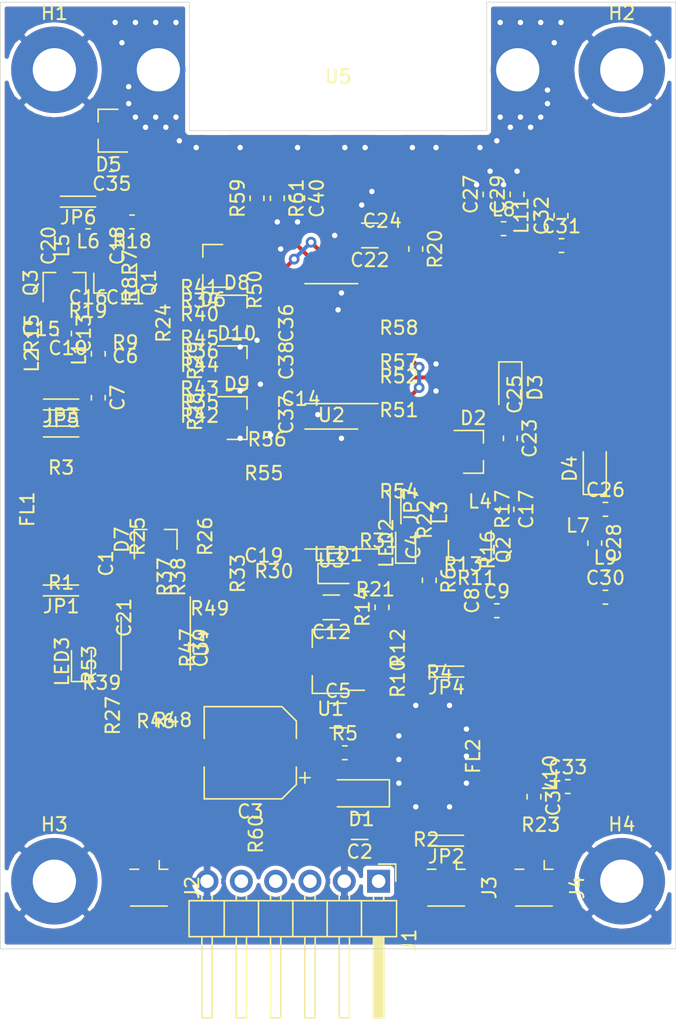
<source format=kicad_pcb>
(kicad_pcb (version 20171130) (host pcbnew 5.1.6-c6e7f7d~87~ubuntu20.04.1)
  (layers (0 F.Cu signal) (31 B.Cu signal) (35 F.Paste user hide) (37 F.SilkS user hide) (38 B.Mask user) (39 F.Mask user) (44 Edge.Cuts user))
  (net 0 "")
  (net 1 GND)
  (net 2 /V_in)
  (net 3 /PA_VDD)
  (net 4 /PA_out)
  (net 5 /PA_in)
  (net 6 /Antenna)
  (net 7 /RX)
  (net 8 /VDD)
  (net 9 /LNA_EN)
  (net 10 /TX)
  (net 11 /DRV_EN)
  (net 12 /DRV_IN)
  (net 13 "Net-(C10-Pad1)")
  (net 14 /LNA_OUT)
  (net 15 "Net-(C9-Pad1)")
  (net 16 /DRV_bias)
  (net 17 "Net-(C13-Pad2)")
  (net 18 "Net-(C17-Pad1)")
  (net 19 "Net-(C18-Pad1)")
  (net 20 /PIN_bias)
  (net 21 /TXSAW_out)
  (net 22 /TXSAW_in)
  (net 23 /RXSAW_OUT)
  (net 24 /RXSAW_IN)
  (net 25 /TX_ON_IN)
  (net 26 /TXSAW_bypass)
  (net 27 /RXSAW_bypass)
  (net 28 "Net-(JP3-Pad2)")
  (net 29 /DRV_bypass)
  (net 30 /DRV_OUT)
  (net 31 "Net-(Q1-Pad1)")
  (net 32 /TX_ON)
  (net 33 "Net-(D8-Pad2)")
  (net 34 "Net-(D8-Pad1)")
  (net 35 /DET_timing)
  (net 36 /DET_RF)
  (net 37 /DET_REF)
  (net 38 /DRV_B)
  (net 39 /DRV_E)
  (net 40 /LNA_B)
  (net 41 /DRV_C)
  (net 42 /PIN_RXRF)
  (net 43 /PIN_TXRF)
  (net 44 /LNA_E)
  (net 45 /LNA_C)
  (net 46 /LNA_VCC)
  (net 47 /PIN_COMRF)
  (net 48 "Net-(C5-Pad1)")
  (net 49 "Net-(C12-Pad1)")
  (net 50 /DET_OUT)
  (net 51 "Net-(R10-Pad1)")
  (net 52 /DET_OUT_)
  (net 53 /DET_COMP+)
  (net 54 /DET_COMP-)
  (net 55 /DET_COMPout)
  (net 56 "Net-(C28-Pad2)")
  (net 57 "Net-(C33-Pad1)")
  (net 58 "Net-(JP7-Pad3)")
  (net 59 "Net-(JP7-Pad1)")
  (net 60 /~OverTemp~)
  (net 61 "Net-(U3-Pad10)")
  (net 62 /TempSensor)
  (net 63 /TempLimit)
  (net 64 /~LNA_SEQ_IN~)
  (net 65 /PIN_SEQ_IN)
  (net 66 /PA_SEQ_IN)
  (net 67 /~PA_SEQ_OUT~)
  (net 68 /~PIN_SEQ_OUT~)
  (net 69 /PIN_EN)
  (net 70 /DRV_EN1)
  (net 71 /PA_EN)
  (net 72 /~PA_EN_~)
  (net 73 /~PIN_EN_~)
  (net 74 /~DRV_EN_~)
  (net 75 "Net-(D5-Pad3)")
  (net 76 "Net-(D9-Pad2)")
  (net 77 "Net-(D9-Pad1)")
  (net 78 "Net-(LED3-Pad2)")
  (net 79 /TempHysteresis)
  (net 80 "Net-(U3-Pad8)")
  (net 81 "Net-(U3-Pad6)")
  (net 82 /VDD_LED)
  (net 83 /TX_LED)
  (net 84 /PA_SEQ_MID)
  (net 85 "Net-(D10-Pad2)")
  (net 86 "Net-(D10-Pad1)")
  (net 87 /~LNA_SEQ_MID~)
  (net 88 /PIN_SEQ_MID)
  (net 89 /PA_VGG)
  (net 90 "Net-(R33-Pad2)")
  (net 91 "Net-(R54-Pad2)")
  (net 92 "Net-(R55-Pad2)")
  (net 93 "Net-(R56-Pad2)")
  (module Resistor_SMD:R_0402_1005Metric (layer F.Cu) (at 120 71.25 90)
    (fp_text reference R50 (at 0 -1.17 90) (layer F.SilkS))
    (fp_text value 0)
    (pad 2 smd roundrect (at 0.485 0 90) (size 0.59 0.64) (layers F.Cu F.Paste F.Mask) (net 72 /~PA_EN_~))
    (pad 1 smd roundrect (at -0.485 0 90) (size 0.59 0.64) (layers F.Cu F.Paste F.Mask) (net 67 /~PA_SEQ_OUT~))
  )
  (module Package_TO_SOT_SMD:SOT-23 (layer F.Cu) (at 115.75 69.5 180)
    (fp_text reference D6 (at 0 -2.5) (layer F.SilkS))
    (fp_text value BAV99)
    (pad 3 smd rect (at 1 0 180) (size 0.9 0.8) (layers F.Cu F.Paste F.Mask) (net 84 /PA_SEQ_MID))
    (pad 2 smd rect (at -1 0.95 180) (size 0.9 0.8) (layers F.Cu F.Paste F.Mask) (net 60 /~OverTemp~))
    (pad 1 smd rect (at -1 -0.95 180) (size 0.9 0.8) (layers F.Cu F.Paste F.Mask) (net 84 /PA_SEQ_MID))
  )
  (module Capacitor_SMD:C_0603_1608Metric (layer F.Cu) (at 108.25 62 180)
    (fp_text reference C35 (at 0 -1.43) (layer F.SilkS))
    (fp_text value 100p)
    (pad 2 smd roundrect (at 0.7875 0 180) (size 0.875 0.95) (layers F.Cu F.Paste F.Mask) (net 1 GND))
    (pad 1 smd roundrect (at -0.7875 0 180) (size 0.875 0.95) (layers F.Cu F.Paste F.Mask) (net 62 /TempSensor))
  )
  (module 70cm_FE:M68710L (layer F.Cu) (at 125 55)
    (fp_text reference U5 (at 0 0.5) (layer F.SilkS))
    (fp_text value M68710L)
    (pad 5 thru_hole circle (at -13.3 0) (size 4 4) (drill 3.2) (layers *.Cu *.Mask) (net 1 GND))
    (pad 5 thru_hole circle (at 13.3 0) (size 4 4) (drill 3.2) (layers *.Cu *.Mask) (net 1 GND))
    (pad 1 smd rect (at -8.9 7) (size 1 4) (layers F.Cu F.Paste F.Mask) (net 5 /PA_in))
    (pad 2 smd rect (at -1.3 7) (size 1 4) (layers F.Cu F.Paste F.Mask) (net 89 /PA_VGG))
    (pad 3 smd rect (at 3.8 7) (size 1 4) (layers F.Cu F.Paste F.Mask) (net 3 /PA_VDD))
    (pad 4 smd rect (at 8.9 7) (size 1 4) (layers F.Cu F.Paste F.Mask) (net 4 /PA_out))
  )
  (module 70cm_FE:NetTie-2_SMD_Pad0.25mm (layer F.Cu) (at 139.5 107 270)
    (fp_text reference L10 (at 0 -1.2 90) (layer F.SilkS))
    (fp_text value "23 mm")
    (fp_poly (pts (xy -0.25 -0.125) (xy 0.25 -0.125) (xy 0.25 0.125) (xy -0.25 0.125)) (layer F.Cu) (width 0))
    (pad 1 smd circle (at -0.25 0 270) (size 0.25 0.25) (layers F.Cu) (net 56 "Net-(C28-Pad2)"))
    (pad 2 smd circle (at 0.25 0 270) (size 0.25 0.25) (layers F.Cu) (net 57 "Net-(C33-Pad1)"))
  )
  (module 70cm_FE:NetTie-2_SMD_Pad0.25mm (layer F.Cu) (at 142.75 87.5 180)
    (fp_text reference L7 (at 0 -1.2) (layer F.SilkS))
    (fp_text value "24 mm")
    (fp_poly (pts (xy -0.25 -0.125) (xy 0.25 -0.125) (xy 0.25 0.125) (xy -0.25 0.125)) (layer F.Cu) (width 0))
    (pad 1 smd circle (at -0.25 0 180) (size 0.25 0.25) (layers F.Cu) (net 47 /PIN_COMRF))
    (pad 2 smd circle (at 0.25 0 180) (size 0.25 0.25) (layers F.Cu) (net 42 /PIN_RXRF))
  )
  (module Resistor_SMD:R_0402_1005Metric (layer F.Cu) (at 107.75 99 90)
    (fp_text reference R53 (at 0 -1.17 90) (layer F.SilkS))
    (fp_text value 10k)
    (pad 2 smd roundrect (at 0.485 0 90) (size 0.59 0.64) (layers F.Cu F.Paste F.Mask) (net 78 "Net-(LED3-Pad2)"))
    (pad 1 smd roundrect (at -0.485 0 90) (size 0.59 0.64) (layers F.Cu F.Paste F.Mask) (net 8 /VDD))
  )
  (module Resistor_SMD:R_0402_1005Metric (layer F.Cu) (at 111.5 102 180)
    (fp_text reference R46 (at 0 -1.17) (layer F.SilkS))
    (fp_text value 220k)
    (pad 2 smd roundrect (at 0.485 0 180) (size 0.59 0.64) (layers F.Cu F.Paste F.Mask) (net 79 /TempHysteresis))
    (pad 1 smd roundrect (at -0.485 0 180) (size 0.59 0.64) (layers F.Cu F.Paste F.Mask) (net 60 /~OverTemp~))
  )
  (module Resistor_SMD:R_0402_1005Metric (layer F.Cu) (at 107.5 101.5)
    (fp_text reference R39 (at 0 -1.17) (layer F.SilkS))
    (fp_text value 1k)
    (pad 2 smd roundrect (at 0.485 0) (size 0.59 0.64) (layers F.Cu F.Paste F.Mask) (net 79 /TempHysteresis))
    (pad 1 smd roundrect (at -0.485 0) (size 0.59 0.64) (layers F.Cu F.Paste F.Mask) (net 62 /TempSensor))
  )
  (module Resistor_SMD:R_0402_1005Metric (layer F.Cu) (at 130.25 88.25 270)
    (fp_text reference R22 (at 0 -1.17 90) (layer F.SilkS))
    (fp_text value 10k)
    (pad 2 smd roundrect (at 0.485 0 270) (size 0.59 0.64) (layers F.Cu F.Paste F.Mask) (net 83 /TX_LED))
    (pad 1 smd roundrect (at -0.485 0 270) (size 0.59 0.64) (layers F.Cu F.Paste F.Mask) (net 32 /TX_ON))
  )
  (module Resistor_SMD:R_0402_1005Metric (layer F.Cu) (at 127.75 92.25 180)
    (fp_text reference R21 (at 0 -1.17) (layer F.SilkS))
    (fp_text value 10k)
    (pad 2 smd roundrect (at 0.485 0 180) (size 0.59 0.64) (layers F.Cu F.Paste F.Mask) (net 82 /VDD_LED))
    (pad 1 smd roundrect (at -0.485 0 180) (size 0.59 0.64) (layers F.Cu F.Paste F.Mask) (net 8 /VDD))
  )
  (module LED_SMD:LED_0603_1608Metric (layer F.Cu) (at 106 98.75 90)
    (fp_text reference LED3 (at 0 -1.43 90) (layer F.SilkS))
    (fp_text value LED)
    (pad 2 smd roundrect (at 0.7875 0 90) (size 0.875 0.95) (layers F.Cu F.Paste F.Mask) (net 78 "Net-(LED3-Pad2)"))
    (pad 1 smd roundrect (at -0.7875 0 90) (size 0.875 0.95) (layers F.Cu F.Paste F.Mask) (net 60 /~OverTemp~))
  )
  (module LED_SMD:LED_0603_1608Metric (layer F.Cu) (at 130 90 90)
    (fp_text reference LED2 (at 0 -1.43 90) (layer F.SilkS))
    (fp_text value LED)
    (pad 2 smd roundrect (at 0.7875 0 90) (size 0.875 0.95) (layers F.Cu F.Paste F.Mask) (net 83 /TX_LED))
    (pad 1 smd roundrect (at -0.7875 0 90) (size 0.875 0.95) (layers F.Cu F.Paste F.Mask) (net 1 GND))
  )
  (module LED_SMD:LED_0603_1608Metric (layer F.Cu) (at 125 92.25)
    (fp_text reference LED1 (at 0 -1.43) (layer F.SilkS))
    (fp_text value LED)
    (pad 2 smd roundrect (at 0.7875 0) (size 0.875 0.95) (layers F.Cu F.Paste F.Mask) (net 82 /VDD_LED))
    (pad 1 smd roundrect (at -0.7875 0) (size 0.875 0.95) (layers F.Cu F.Paste F.Mask) (net 1 GND))
  )
  (module Package_SO:SOIC-14_3.9x8.7mm_P1.27mm (layer F.Cu) (at 124.5 75.25 180)
    (fp_text reference U2 (at 0 -5.28) (layer F.SilkS))
    (fp_text value 74HC14)
    (pad 14 smd roundrect (at 2.475 -3.81 180) (size 1.95 0.6) (layers F.Cu F.Paste F.Mask) (net 8 /VDD))
    (pad 13 smd roundrect (at 2.475 -2.54 180) (size 1.95 0.6) (layers F.Cu F.Paste F.Mask) (net 64 /~LNA_SEQ_IN~))
    (pad 12 smd roundrect (at 2.475 -1.27 180) (size 1.95 0.6) (layers F.Cu F.Paste F.Mask) (net 9 /LNA_EN))
    (pad 11 smd roundrect (at 2.475 0 180) (size 1.95 0.6) (layers F.Cu F.Paste F.Mask) (net 65 /PIN_SEQ_IN))
    (pad 10 smd roundrect (at 2.475 1.27 180) (size 1.95 0.6) (layers F.Cu F.Paste F.Mask) (net 68 /~PIN_SEQ_OUT~))
    (pad 9 smd roundrect (at 2.475 2.54 180) (size 1.95 0.6) (layers F.Cu F.Paste F.Mask) (net 66 /PA_SEQ_IN))
    (pad 8 smd roundrect (at 2.475 3.81 180) (size 1.95 0.6) (layers F.Cu F.Paste F.Mask) (net 67 /~PA_SEQ_OUT~))
    (pad 7 smd roundrect (at -2.475 3.81 180) (size 1.95 0.6) (layers F.Cu F.Paste F.Mask) (net 1 GND))
    (pad 6 smd roundrect (at -2.475 2.54 180) (size 1.95 0.6) (layers F.Cu F.Paste F.Mask) (net 71 /PA_EN))
    (pad 5 smd roundrect (at -2.475 1.27 180) (size 1.95 0.6) (layers F.Cu F.Paste F.Mask) (net 72 /~PA_EN_~))
    (pad 4 smd roundrect (at -2.475 0 180) (size 1.95 0.6) (layers F.Cu F.Paste F.Mask) (net 70 /DRV_EN1))
    (pad 3 smd roundrect (at -2.475 -1.27 180) (size 1.95 0.6) (layers F.Cu F.Paste F.Mask) (net 74 /~DRV_EN_~))
    (pad 2 smd roundrect (at -2.475 -2.54 180) (size 1.95 0.6) (layers F.Cu F.Paste F.Mask) (net 69 /PIN_EN))
    (pad 1 smd roundrect (at -2.475 -3.81 180) (size 1.95 0.6) (layers F.Cu F.Paste F.Mask) (net 73 /~PIN_EN_~))
  )
  (module Resistor_SMD:R_0402_1005Metric (layer F.Cu) (at 146.105001 116.495001)
    (fp_text reference R32 (at 0 -1.17) (layer F.SilkS))
    (fp_text value 22k)
    (pad 2 smd roundrect (at 0.485 0) (size 0.59 0.64) (layers F.Cu F.Paste F.Mask) (net 1 GND))
    (pad 1 smd roundrect (at -0.485 0) (size 0.59 0.64) (layers F.Cu F.Paste F.Mask) (net 63 /TempLimit))
  )
  (module Resistor_SMD:R_0402_1005Metric (layer F.Cu) (at 128 91)
    (fp_text reference R31 (at 0 -1.17) (layer F.SilkS))
    (fp_text value 100k)
    (pad 2 smd roundrect (at 0.485 0) (size 0.59 0.64) (layers F.Cu F.Paste F.Mask) (net 63 /TempLimit))
    (pad 1 smd roundrect (at -0.485 0) (size 0.59 0.64) (layers F.Cu F.Paste F.Mask) (net 8 /VDD))
  )
  (module Package_TO_SOT_SMD:SOT-23 (layer F.Cu) (at 108 59.5 180)
    (fp_text reference D5 (at 0 -2.5) (layer F.SilkS))
    (fp_text value BAV99)
    (pad 3 smd rect (at 1 0 180) (size 0.9 0.8) (layers F.Cu F.Paste F.Mask) (net 75 "Net-(D5-Pad3)"))
    (pad 2 smd rect (at -1 0.95 180) (size 0.9 0.8) (layers F.Cu F.Paste F.Mask) (net 1 GND))
    (pad 1 smd rect (at -1 -0.95 180) (size 0.9 0.8) (layers F.Cu F.Paste F.Mask) (net 62 /TempSensor))
  )
  (module Package_SO:SOIC-14_3.9x8.7mm_P1.27mm (layer F.Cu) (at 124.5 86 180)
    (fp_text reference U3 (at 0 -5.28) (layer F.SilkS))
    (fp_text value 74HC14)
    (pad 14 smd roundrect (at 2.475 -3.81 180) (size 1.95 0.6) (layers F.Cu F.Paste F.Mask) (net 8 /VDD))
    (pad 13 smd roundrect (at 2.475 -2.54 180) (size 1.95 0.6) (layers F.Cu F.Paste F.Mask) (net 35 /DET_timing))
    (pad 12 smd roundrect (at 2.475 -1.27 180) (size 1.95 0.6) (layers F.Cu F.Paste F.Mask) (net 52 /DET_OUT_))
    (pad 11 smd roundrect (at 2.475 0 180) (size 1.95 0.6) (layers F.Cu F.Paste F.Mask) (net 92 "Net-(R55-Pad2)"))
    (pad 10 smd roundrect (at 2.475 1.27 180) (size 1.95 0.6) (layers F.Cu F.Paste F.Mask) (net 61 "Net-(U3-Pad10)"))
    (pad 9 smd roundrect (at 2.475 2.54 180) (size 1.95 0.6) (layers F.Cu F.Paste F.Mask) (net 93 "Net-(R56-Pad2)"))
    (pad 8 smd roundrect (at 2.475 3.81 180) (size 1.95 0.6) (layers F.Cu F.Paste F.Mask) (net 80 "Net-(U3-Pad8)"))
    (pad 7 smd roundrect (at -2.475 3.81 180) (size 1.95 0.6) (layers F.Cu F.Paste F.Mask) (net 1 GND))
    (pad 6 smd roundrect (at -2.475 2.54 180) (size 1.95 0.6) (layers F.Cu F.Paste F.Mask) (net 81 "Net-(U3-Pad6)"))
    (pad 5 smd roundrect (at -2.475 1.27 180) (size 1.95 0.6) (layers F.Cu F.Paste F.Mask) (net 91 "Net-(R54-Pad2)"))
    (pad 4 smd roundrect (at -2.475 0 180) (size 1.95 0.6) (layers F.Cu F.Paste F.Mask) (net 59 "Net-(JP7-Pad1)"))
    (pad 3 smd roundrect (at -2.475 -1.27 180) (size 1.95 0.6) (layers F.Cu F.Paste F.Mask) (net 58 "Net-(JP7-Pad3)"))
    (pad 2 smd roundrect (at -2.475 -2.54 180) (size 1.95 0.6) (layers F.Cu F.Paste F.Mask) (net 58 "Net-(JP7-Pad3)"))
    (pad 1 smd roundrect (at -2.475 -3.81 180) (size 1.95 0.6) (layers F.Cu F.Paste F.Mask) (net 90 "Net-(R33-Pad2)"))
  )
  (module Package_SO:SOIC-8_3.9x4.9mm_P1.27mm (layer F.Cu) (at 111.5 97.43 270)
    (fp_text reference U4 (at 0 -3.4 90) (layer F.SilkS))
    (fp_text value LM393)
    (pad 8 smd roundrect (at 2.475 -1.905 270) (size 1.95 0.6) (layers F.Cu F.Paste F.Mask) (net 8 /VDD))
    (pad 7 smd roundrect (at 2.475 -0.635 270) (size 1.95 0.6) (layers F.Cu F.Paste F.Mask) (net 60 /~OverTemp~))
    (pad 6 smd roundrect (at 2.475 0.635 270) (size 1.95 0.6) (layers F.Cu F.Paste F.Mask) (net 63 /TempLimit))
    (pad 5 smd roundrect (at 2.475 1.905 270) (size 1.95 0.6) (layers F.Cu F.Paste F.Mask) (net 79 /TempHysteresis))
    (pad 4 smd roundrect (at -2.475 1.905 270) (size 1.95 0.6) (layers F.Cu F.Paste F.Mask) (net 1 GND))
    (pad 3 smd roundrect (at -2.475 0.635 270) (size 1.95 0.6) (layers F.Cu F.Paste F.Mask) (net 53 /DET_COMP+))
    (pad 2 smd roundrect (at -2.475 -0.635 270) (size 1.95 0.6) (layers F.Cu F.Paste F.Mask) (net 54 /DET_COMP-))
    (pad 1 smd roundrect (at -2.475 -1.905 270) (size 1.95 0.6) (layers F.Cu F.Paste F.Mask) (net 55 /DET_COMPout))
  )
  (module Resistor_SMD:R_0402_1005Metric (layer F.Cu) (at 119.75 83.5)
    (fp_text reference R56 (at 0 -1.17) (layer F.SilkS))
    (fp_text value 1k)
    (pad 2 smd roundrect (at 0.485 0) (size 0.59 0.64) (layers F.Cu F.Paste F.Mask) (net 93 "Net-(R56-Pad2)"))
    (pad 1 smd roundrect (at -0.485 0) (size 0.59 0.64) (layers F.Cu F.Paste F.Mask) (net 1 GND))
  )
  (module Resistor_SMD:R_0402_1005Metric (layer F.Cu) (at 119.5 86)
    (fp_text reference R55 (at 0 -1.17) (layer F.SilkS))
    (fp_text value 1k)
    (pad 2 smd roundrect (at 0.485 0) (size 0.59 0.64) (layers F.Cu F.Paste F.Mask) (net 92 "Net-(R55-Pad2)"))
    (pad 1 smd roundrect (at -0.485 0) (size 0.59 0.64) (layers F.Cu F.Paste F.Mask) (net 1 GND))
  )
  (module Resistor_SMD:R_0402_1005Metric (layer F.Cu) (at 129.5 85 180)
    (fp_text reference R54 (at 0 -1.17) (layer F.SilkS))
    (fp_text value 1k)
    (pad 2 smd roundrect (at 0.485 0 180) (size 0.59 0.64) (layers F.Cu F.Paste F.Mask) (net 91 "Net-(R54-Pad2)"))
    (pad 1 smd roundrect (at -0.485 0 180) (size 0.59 0.64) (layers F.Cu F.Paste F.Mask) (net 1 GND))
  )
  (module Resistor_SMD:R_0402_1005Metric (layer F.Cu) (at 112.75 104.25)
    (fp_text reference R48 (at 0 -1.17) (layer F.SilkS))
    (fp_text value 100k)
    (pad 2 smd roundrect (at 0.485 0) (size 0.59 0.64) (layers F.Cu F.Paste F.Mask) (net 60 /~OverTemp~))
    (pad 1 smd roundrect (at -0.485 0) (size 0.59 0.64) (layers F.Cu F.Paste F.Mask) (net 8 /VDD))
  )
  (module 70cm_FE:Jumper-3_0402 (layer F.Cu) (at 129.25 86.765 270)
    (fp_text reference JP7 (at 0.48 -1.17 90) (layer F.SilkS))
    (fp_text value ~)
    (pad 3 smd roundrect (at 1.455 0 270) (size 0.59 0.64) (layers F.Cu F.Paste F.Mask) (net 58 "Net-(JP7-Pad3)"))
    (pad 1 smd roundrect (at -0.485 0 270) (size 0.59 0.64) (layers F.Cu F.Paste F.Mask) (net 59 "Net-(JP7-Pad1)"))
    (pad 2 smd roundrect (at 0.485 0 270) (size 0.59 0.64) (layers F.Cu F.Paste F.Mask) (net 32 /TX_ON))
  )
  (module Capacitor_SMD:C_0402_1005Metric (layer F.Cu) (at 119.5 89.75 180)
    (fp_text reference C19 (at 0 -1.17) (layer F.SilkS))
    (fp_text value 100n)
    (pad 2 smd roundrect (at 0.485 0 180) (size 0.59 0.64) (layers F.Cu F.Paste F.Mask) (net 1 GND))
    (pad 1 smd roundrect (at -0.485 0 180) (size 0.59 0.64) (layers F.Cu F.Paste F.Mask) (net 8 /VDD))
  )
  (module Resistor_SMD:R_0402_1005Metric (layer F.Cu) (at 115.5 96)
    (fp_text reference R49 (at 0 -1.17) (layer F.SilkS))
    (fp_text value 100)
    (pad 2 smd roundrect (at 0.485 0) (size 0.59 0.64) (layers F.Cu F.Paste F.Mask) (net 35 /DET_timing))
    (pad 1 smd roundrect (at -0.485 0) (size 0.59 0.64) (layers F.Cu F.Paste F.Mask) (net 55 /DET_COMPout))
  )
  (module Connector_PinHeader_2.54mm:PinHeader_1x06_P2.54mm_Horizontal (layer F.Cu) (at 128 115 270)
    (fp_text reference J1 (at 4.385 -2.27 90) (layer F.SilkS))
    (fp_text value ~)
    (pad 6 thru_hole oval (at 0 12.7 270) (size 1.7 1.7) (drill 1) (layers *.Cu *.Mask) (net 1 GND))
    (pad 5 thru_hole oval (at 0 10.16 270) (size 1.7 1.7) (drill 1) (layers *.Cu *.Mask) (net 50 /DET_OUT))
    (pad 4 thru_hole oval (at 0 7.62 270) (size 1.7 1.7) (drill 1) (layers *.Cu *.Mask) (net 25 /TX_ON_IN))
    (pad 3 thru_hole oval (at 0 5.08 270) (size 1.7 1.7) (drill 1) (layers *.Cu *.Mask) (net 8 /VDD))
    (pad 2 thru_hole oval (at 0 2.54 270) (size 1.7 1.7) (drill 1) (layers *.Cu *.Mask) (net 1 GND))
    (pad 1 thru_hole rect (at 0 0 270) (size 1.7 1.7) (drill 1) (layers *.Cu *.Mask) (net 2 /V_in))
  )
  (module Resistor_SMD:R_0402_1005Metric (layer F.Cu) (at 117.75 111.5 270)
    (fp_text reference R60 (at 0 -1.17 90) (layer F.SilkS))
    (fp_text value 100)
    (pad 2 smd roundrect (at 0.485 0 270) (size 0.59 0.64) (layers F.Cu F.Paste F.Mask) (net 50 /DET_OUT))
    (pad 1 smd roundrect (at -0.485 0 270) (size 0.59 0.64) (layers F.Cu F.Paste F.Mask) (net 52 /DET_OUT_))
  )
  (module Capacitor_SMD:C_0402_1005Metric (layer F.Cu) (at 108 95.5 270)
    (fp_text reference C21 (at 0 -1.17 90) (layer F.SilkS))
    (fp_text value 100n)
    (pad 2 smd roundrect (at 0.485 0 270) (size 0.59 0.64) (layers F.Cu F.Paste F.Mask) (net 1 GND))
    (pad 1 smd roundrect (at -0.485 0 270) (size 0.59 0.64) (layers F.Cu F.Paste F.Mask) (net 8 /VDD))
  )
  (module Resistor_SMD:R_0402_1005Metric (layer F.Cu) (at 109.5 102.75 90)
    (fp_text reference R27 (at 0 -1.17 90) (layer F.SilkS))
    (fp_text value 100k)
    (pad 2 smd roundrect (at 0.485 0 90) (size 0.59 0.64) (layers F.Cu F.Paste F.Mask) (net 62 /TempSensor))
    (pad 1 smd roundrect (at -0.485 0 90) (size 0.59 0.64) (layers F.Cu F.Paste F.Mask) (net 8 /VDD))
  )
  (module Resistor_SMD:R_0402_1005Metric (layer F.Cu) (at 109.25 74 180)
    (fp_text reference R9 (at 0 -1.17) (layer F.SilkS))
    (fp_text value 1k)
    (pad 2 smd roundrect (at 0.485 0 180) (size 0.59 0.64) (layers F.Cu F.Paste F.Mask) (net 16 /DRV_bias))
    (pad 1 smd roundrect (at -0.485 0 180) (size 0.59 0.64) (layers F.Cu F.Paste F.Mask) (net 11 /DRV_EN))
  )
  (module Resistor_SMD:R_0402_1005Metric (layer F.Cu) (at 110.75 71.25 90)
    (fp_text reference R8 (at 0 -1.17 90) (layer F.SilkS))
    (fp_text value 1k)
    (pad 2 smd roundrect (at 0.485 0 90) (size 0.59 0.64) (layers F.Cu F.Paste F.Mask) (net 31 "Net-(Q1-Pad1)"))
    (pad 1 smd roundrect (at -0.485 0 90) (size 0.59 0.64) (layers F.Cu F.Paste F.Mask) (net 16 /DRV_bias))
  )
  (module Resistor_SMD:R_0402_1005Metric (layer F.Cu) (at 110.75 69.25 90)
    (fp_text reference R7 (at 0 -1.17 90) (layer F.SilkS))
    (fp_text value 4k7)
    (pad 2 smd roundrect (at 0.485 0 90) (size 0.59 0.64) (layers F.Cu F.Paste F.Mask) (net 1 GND))
    (pad 1 smd roundrect (at -0.485 0 90) (size 0.59 0.64) (layers F.Cu F.Paste F.Mask) (net 31 "Net-(Q1-Pad1)"))
  )
  (module Resistor_SMD:R_0402_1005Metric (layer F.Cu) (at 106.485 74)
    (fp_text reference R19 (at 0 -1.17) (layer F.SilkS))
    (fp_text value 10)
    (pad 2 smd roundrect (at 0.485 0) (size 0.59 0.64) (layers F.Cu F.Paste F.Mask) (net 1 GND))
    (pad 1 smd roundrect (at -0.485 0) (size 0.59 0.64) (layers F.Cu F.Paste F.Mask) (net 39 /DRV_E))
  )
  (module Resistor_SMD:R_0402_1005Metric (layer F.Cu) (at 103.5 74.5 90)
    (fp_text reference R15 (at 0 -1.17 90) (layer F.SilkS))
    (fp_text value 100)
    (pad 2 smd roundrect (at 0.485 0 90) (size 0.59 0.64) (layers F.Cu F.Paste F.Mask) (net 38 /DRV_B))
    (pad 1 smd roundrect (at -0.485 0 90) (size 0.59 0.64) (layers F.Cu F.Paste F.Mask) (net 17 "Net-(C13-Pad2)"))
  )
  (module Resistor_SMD:R_0402_1005Metric (layer F.Cu) (at 118.75 92.25 90)
    (fp_text reference R33 (at 0 -1.17 90) (layer F.SilkS))
    (fp_text value 100)
    (pad 2 smd roundrect (at 0.485 0 90) (size 0.59 0.64) (layers F.Cu F.Paste F.Mask) (net 90 "Net-(R33-Pad2)"))
    (pad 1 smd roundrect (at -0.485 0 90) (size 0.59 0.64) (layers F.Cu F.Paste F.Mask) (net 25 /TX_ON_IN))
  )
  (module Resistor_SMD:R_0402_1005Metric (layer F.Cu) (at 128.25 97.75 270)
    (fp_text reference R12 (at 0 -1.17 90) (layer F.SilkS))
    (fp_text value DNP)
    (pad 2 smd roundrect (at 0.485 0 270) (size 0.59 0.64) (layers F.Cu F.Paste F.Mask) (net 51 "Net-(R10-Pad1)"))
    (pad 1 smd roundrect (at -0.485 0 270) (size 0.59 0.64) (layers F.Cu F.Paste F.Mask) (net 8 /VDD))
  )
  (module Resistor_SMD:R_0402_1005Metric (layer F.Cu) (at 128.25 100 270)
    (fp_text reference R10 (at 0 -1.17 90) (layer F.SilkS))
    (fp_text value 0)
    (pad 2 smd roundrect (at 0.485 0 270) (size 0.59 0.64) (layers F.Cu F.Paste F.Mask) (net 1 GND))
    (pad 1 smd roundrect (at -0.485 0 270) (size 0.59 0.64) (layers F.Cu F.Paste F.Mask) (net 51 "Net-(R10-Pad1)"))
  )
  (module Resistor_SMD:R_0402_1005Metric (layer F.Cu) (at 136 87.5 270)
    (fp_text reference R17 (at 0 -1.17 90) (layer F.SilkS))
    (fp_text value 2k2)
    (pad 2 smd roundrect (at 0.485 0 270) (size 0.59 0.64) (layers F.Cu F.Paste F.Mask) (net 40 /LNA_B))
    (pad 1 smd roundrect (at -0.485 0 270) (size 0.59 0.64) (layers F.Cu F.Paste F.Mask) (net 18 "Net-(C17-Pad1)"))
  )
  (module Resistor_SMD:R_0402_1005Metric (layer F.Cu) (at 137.25 90.5 90)
    (fp_text reference R16 (at 0 -1.17 90) (layer F.SilkS))
    (fp_text value 4k7)
    (pad 2 smd roundrect (at 0.485 0 90) (size 0.59 0.64) (layers F.Cu F.Paste F.Mask) (net 40 /LNA_B))
    (pad 1 smd roundrect (at -0.485 0 90) (size 0.59 0.64) (layers F.Cu F.Paste F.Mask) (net 45 /LNA_C))
  )
  (module Resistor_SMD:R_0402_1005Metric (layer F.Cu) (at 135.25 93.75)
    (fp_text reference R11 (at 0 -1.17) (layer F.SilkS))
    (fp_text value 0)
    (pad 2 smd roundrect (at 0.485 0) (size 0.59 0.64) (layers F.Cu F.Paste F.Mask) (net 15 "Net-(C9-Pad1)"))
    (pad 1 smd roundrect (at -0.485 0) (size 0.59 0.64) (layers F.Cu F.Paste F.Mask) (net 45 /LNA_C))
  )
  (module Resistor_SMD:R_0402_1005Metric (layer F.Cu) (at 134.25 92.75)
    (fp_text reference R13 (at 0 -1.17) (layer F.SilkS))
    (fp_text value 68)
    (pad 2 smd roundrect (at 0.485 0) (size 0.59 0.64) (layers F.Cu F.Paste F.Mask) (net 45 /LNA_C))
    (pad 1 smd roundrect (at -0.485 0) (size 0.59 0.64) (layers F.Cu F.Paste F.Mask) (net 46 /LNA_VCC))
  )
  (module Capacitor_SMD:C_0402_1005Metric (layer F.Cu) (at 109 91.5 90)
    (fp_text reference C1 (at 0 -1.17 90) (layer F.SilkS))
    (fp_text value 1p)
    (pad 2 smd roundrect (at 0.485 0 90) (size 0.59 0.64) (layers F.Cu F.Paste F.Mask) (net 36 /DET_RF))
    (pad 1 smd roundrect (at -0.485 0 90) (size 0.59 0.64) (layers F.Cu F.Paste F.Mask) (net 10 /TX))
  )
  (module Resistor_SMD:R_0402_1005Metric (layer F.Cu) (at 115 97.75 90)
    (fp_text reference R47 (at 0 -1.17 90) (layer F.SilkS))
    (fp_text value 220k)
    (pad 2 smd roundrect (at 0.485 0 90) (size 0.59 0.64) (layers F.Cu F.Paste F.Mask) (net 55 /DET_COMPout))
    (pad 1 smd roundrect (at -0.485 0 90) (size 0.59 0.64) (layers F.Cu F.Paste F.Mask) (net 8 /VDD))
  )
  (module Resistor_SMD:R_0402_1005Metric (layer F.Cu) (at 112 92.5 270)
    (fp_text reference R38 (at 0 -1.17 90) (layer F.SilkS))
    (fp_text value 1k)
    (pad 2 smd roundrect (at 0.485 0 270) (size 0.59 0.64) (layers F.Cu F.Paste F.Mask) (net 54 /DET_COMP-))
    (pad 1 smd roundrect (at -0.485 0 270) (size 0.59 0.64) (layers F.Cu F.Paste F.Mask) (net 37 /DET_REF))
  )
  (module Resistor_SMD:R_0402_1005Metric (layer F.Cu) (at 111 92.5 270)
    (fp_text reference R37 (at 0 -1.17 90) (layer F.SilkS))
    (fp_text value 1k)
    (pad 2 smd roundrect (at 0.485 0 270) (size 0.59 0.64) (layers F.Cu F.Paste F.Mask) (net 53 /DET_COMP+))
    (pad 1 smd roundrect (at -0.485 0 270) (size 0.59 0.64) (layers F.Cu F.Paste F.Mask) (net 36 /DET_RF))
  )
  (module Resistor_SMD:R_0402_1005Metric (layer F.Cu) (at 114 89.5 270)
    (fp_text reference R26 (at 0 -1.17 90) (layer F.SilkS))
    (fp_text value 220k)
    (pad 2 smd roundrect (at 0.485 0 270) (size 0.59 0.64) (layers F.Cu F.Paste F.Mask) (net 37 /DET_REF))
    (pad 1 smd roundrect (at -0.485 0 270) (size 0.59 0.64) (layers F.Cu F.Paste F.Mask) (net 8 /VDD))
  )
  (module Resistor_SMD:R_0402_1005Metric (layer F.Cu) (at 109 89.5 270)
    (fp_text reference R25 (at 0 -1.17 90) (layer F.SilkS))
    (fp_text value 100k)
    (pad 2 smd roundrect (at 0.485 0 270) (size 0.59 0.64) (layers F.Cu F.Paste F.Mask) (net 36 /DET_RF))
    (pad 1 smd roundrect (at -0.485 0 270) (size 0.59 0.64) (layers F.Cu F.Paste F.Mask) (net 8 /VDD))
  )
  (module Package_TO_SOT_SMD:SOT-23 (layer F.Cu) (at 111.5 89.75 90)
    (fp_text reference D7 (at 0 -2.5 90) (layer F.SilkS))
    (fp_text value BAT54C)
    (pad 3 smd rect (at 1 0 90) (size 0.9 0.8) (layers F.Cu F.Paste F.Mask) (net 1 GND))
    (pad 2 smd rect (at -1 0.95 90) (size 0.9 0.8) (layers F.Cu F.Paste F.Mask) (net 37 /DET_REF))
    (pad 1 smd rect (at -1 -0.95 90) (size 0.9 0.8) (layers F.Cu F.Paste F.Mask) (net 36 /DET_RF))
  )
  (module Capacitor_SMD:C_0402_1005Metric (layer F.Cu) (at 116 97.75 90)
    (fp_text reference C39 (at 0 -1.17 90) (layer F.SilkS))
    (fp_text value 10p)
    (pad 2 smd roundrect (at 0.485 0 90) (size 0.59 0.64) (layers F.Cu F.Paste F.Mask) (net 35 /DET_timing))
    (pad 1 smd roundrect (at -0.485 0 90) (size 0.59 0.64) (layers F.Cu F.Paste F.Mask) (net 8 /VDD))
  )
  (module Resistor_SMD:R_0402_1005Metric (layer F.Cu) (at 129.5 75.25)
    (fp_text reference R58 (at 0 -1.17) (layer F.SilkS))
    (fp_text value 100)
    (pad 2 smd roundrect (at 0.485 0) (size 0.59 0.64) (layers F.Cu F.Paste F.Mask) (net 11 /DRV_EN))
    (pad 1 smd roundrect (at -0.485 0) (size 0.59 0.64) (layers F.Cu F.Paste F.Mask) (net 70 /DRV_EN1))
  )
  (module Resistor_SMD:R_0402_1005Metric (layer F.Cu) (at 129.5 77.75)
    (fp_text reference R57 (at 0 -1.17) (layer F.SilkS))
    (fp_text value 100)
    (pad 2 smd roundrect (at 0.485 0) (size 0.59 0.64) (layers F.Cu F.Paste F.Mask) (net 20 /PIN_bias))
    (pad 1 smd roundrect (at -0.485 0) (size 0.59 0.64) (layers F.Cu F.Paste F.Mask) (net 69 /PIN_EN))
  )
  (module Resistor_SMD:R_0402_1005Metric (layer F.Cu) (at 129.5 79 180)
    (fp_text reference R51 (at 0 -1.17) (layer F.SilkS))
    (fp_text value 0)
    (pad 2 smd roundrect (at 0.485 0 180) (size 0.59 0.64) (layers F.Cu F.Paste F.Mask) (net 73 /~PIN_EN_~))
    (pad 1 smd roundrect (at -0.485 0 180) (size 0.59 0.64) (layers F.Cu F.Paste F.Mask) (net 68 /~PIN_SEQ_OUT~))
  )
  (module Resistor_SMD:R_0402_1005Metric (layer F.Cu) (at 129.5 76.5 180)
    (fp_text reference R52 (at 0 -1.17) (layer F.SilkS))
    (fp_text value 0)
    (pad 2 smd roundrect (at 0.485 0 180) (size 0.59 0.64) (layers F.Cu F.Paste F.Mask) (net 74 /~DRV_EN_~))
    (pad 1 smd roundrect (at -0.485 0 180) (size 0.59 0.64) (layers F.Cu F.Paste F.Mask) (net 68 /~PIN_SEQ_OUT~))
  )
  (module Resistor_SMD:R_0402_1005Metric (layer F.Cu) (at 114.75 72.25)
    (fp_text reference R41 (at 0 -1.17) (layer F.SilkS))
    (fp_text value DNP)
    (pad 2 smd roundrect (at 0.485 0) (size 0.59 0.64) (layers F.Cu F.Paste F.Mask) (net 34 "Net-(D8-Pad1)"))
    (pad 1 smd roundrect (at -0.485 0) (size 0.59 0.64) (layers F.Cu F.Paste F.Mask) (net 84 /PA_SEQ_MID))
  )
  (module Resistor_SMD:R_0402_1005Metric (layer F.Cu) (at 114.75 74.25)
    (fp_text reference R40 (at 0 -1.17) (layer F.SilkS))
    (fp_text value 100)
    (pad 2 smd roundrect (at 0.485 0) (size 0.59 0.64) (layers F.Cu F.Paste F.Mask) (net 33 "Net-(D8-Pad2)"))
    (pad 1 smd roundrect (at -0.485 0) (size 0.59 0.64) (layers F.Cu F.Paste F.Mask) (net 84 /PA_SEQ_MID))
  )
  (module Resistor_SMD:R_0402_1005Metric (layer F.Cu) (at 114.75 76)
    (fp_text reference R45 (at 0 -1.17) (layer F.SilkS))
    (fp_text value DNP)
    (pad 2 smd roundrect (at 0.485 0) (size 0.59 0.64) (layers F.Cu F.Paste F.Mask) (net 86 "Net-(D10-Pad1)"))
    (pad 1 smd roundrect (at -0.485 0) (size 0.59 0.64) (layers F.Cu F.Paste F.Mask) (net 88 /PIN_SEQ_MID))
  )
  (module Resistor_SMD:R_0402_1005Metric (layer F.Cu) (at 114.75 78)
    (fp_text reference R44 (at 0 -1.17) (layer F.SilkS))
    (fp_text value DNP)
    (pad 2 smd roundrect (at 0.485 0) (size 0.59 0.64) (layers F.Cu F.Paste F.Mask) (net 85 "Net-(D10-Pad2)"))
    (pad 1 smd roundrect (at -0.485 0) (size 0.59 0.64) (layers F.Cu F.Paste F.Mask) (net 88 /PIN_SEQ_MID))
  )
  (module Resistor_SMD:R_0402_1005Metric (layer F.Cu) (at 114.75 79.75)
    (fp_text reference R43 (at 0 -1.17) (layer F.SilkS))
    (fp_text value 0)
    (pad 2 smd roundrect (at 0.485 0) (size 0.59 0.64) (layers F.Cu F.Paste F.Mask) (net 77 "Net-(D9-Pad1)"))
    (pad 1 smd roundrect (at -0.485 0) (size 0.59 0.64) (layers F.Cu F.Paste F.Mask) (net 87 /~LNA_SEQ_MID~))
  )
  (module Resistor_SMD:R_0402_1005Metric (layer F.Cu) (at 114.75 81.75)
    (fp_text reference R42 (at 0 -1.17) (layer F.SilkS))
    (fp_text value DNP)
    (pad 2 smd roundrect (at 0.485 0) (size 0.59 0.64) (layers F.Cu F.Paste F.Mask) (net 76 "Net-(D9-Pad2)"))
    (pad 1 smd roundrect (at -0.485 0) (size 0.59 0.64) (layers F.Cu F.Paste F.Mask) (net 87 /~LNA_SEQ_MID~))
  )
  (module Resistor_SMD:R_0402_1005Metric (layer F.Cu) (at 114.75 73.25)
    (fp_text reference R34 (at 0 -1.17) (layer F.SilkS))
    (fp_text value 100k)
    (pad 2 smd roundrect (at 0.485 0) (size 0.59 0.64) (layers F.Cu F.Paste F.Mask) (net 66 /PA_SEQ_IN))
    (pad 1 smd roundrect (at -0.485 0) (size 0.59 0.64) (layers F.Cu F.Paste F.Mask) (net 84 /PA_SEQ_MID))
  )
  (module Resistor_SMD:R_0402_1005Metric (layer F.Cu) (at 114.75 77)
    (fp_text reference R36 (at 0 -1.17) (layer F.SilkS))
    (fp_text value 100k)
    (pad 2 smd roundrect (at 0.485 0) (size 0.59 0.64) (layers F.Cu F.Paste F.Mask) (net 65 /PIN_SEQ_IN))
    (pad 1 smd roundrect (at -0.485 0) (size 0.59 0.64) (layers F.Cu F.Paste F.Mask) (net 88 /PIN_SEQ_MID))
  )
  (module Resistor_SMD:R_0402_1005Metric (layer F.Cu) (at 114.75 80.75)
    (fp_text reference R35 (at 0 -1.17) (layer F.SilkS))
    (fp_text value 220k)
    (pad 2 smd roundrect (at 0.485 0) (size 0.59 0.64) (layers F.Cu F.Paste F.Mask) (net 64 /~LNA_SEQ_IN~))
    (pad 1 smd roundrect (at -0.485 0) (size 0.59 0.64) (layers F.Cu F.Paste F.Mask) (net 87 /~LNA_SEQ_MID~))
  )
  (module Resistor_SMD:R_0402_1005Metric (layer F.Cu) (at 120.25 93.25)
    (fp_text reference R30 (at 0 -1.17) (layer F.SilkS))
    (fp_text value 100k)
    (pad 2 smd roundrect (at 0.485 0) (size 0.59 0.64) (layers F.Cu F.Paste F.Mask) (net 1 GND))
    (pad 1 smd roundrect (at -0.485 0) (size 0.59 0.64) (layers F.Cu F.Paste F.Mask) (net 25 /TX_ON_IN))
  )
  (module Resistor_SMD:R_0402_1005Metric (layer F.Cu) (at 113.25 73.735 90)
    (fp_text reference R24 (at 0 -1.17 90) (layer F.SilkS))
    (fp_text value 1k)
    (pad 2 smd roundrect (at 0.485 0 90) (size 0.59 0.64) (layers F.Cu F.Paste F.Mask) (net 84 /PA_SEQ_MID))
    (pad 1 smd roundrect (at -0.485 0 90) (size 0.59 0.64) (layers F.Cu F.Paste F.Mask) (net 32 /TX_ON))
  )
  (module Resistor_SMD:R_0402_1005Metric (layer F.Cu) (at 113.25 76.515 270)
    (fp_text reference R29 (at 0 -1.17 90) (layer F.SilkS))
    (fp_text value 1k)
    (pad 2 smd roundrect (at 0.485 0 270) (size 0.59 0.64) (layers F.Cu F.Paste F.Mask) (net 88 /PIN_SEQ_MID))
    (pad 1 smd roundrect (at -0.485 0 270) (size 0.59 0.64) (layers F.Cu F.Paste F.Mask) (net 32 /TX_ON))
  )
  (module Resistor_SMD:R_0402_1005Metric (layer F.Cu) (at 113.25 80.265 270)
    (fp_text reference R28 (at 0 -1.17 90) (layer F.SilkS))
    (fp_text value 1k)
    (pad 2 smd roundrect (at 0.485 0 270) (size 0.59 0.64) (layers F.Cu F.Paste F.Mask) (net 87 /~LNA_SEQ_MID~))
    (pad 1 smd roundrect (at -0.485 0 270) (size 0.59 0.64) (layers F.Cu F.Paste F.Mask) (net 32 /TX_ON))
  )
  (module Resistor_SMD:R_0402_1005Metric (layer F.Cu) (at 140 112)
    (fp_text reference R23 (at 0 -1.17) (layer F.SilkS))
    (fp_text value 100k)
    (pad 2 smd roundrect (at 0.485 0) (size 0.59 0.64) (layers F.Cu F.Paste F.Mask) (net 1 GND))
    (pad 1 smd roundrect (at -0.485 0) (size 0.59 0.64) (layers F.Cu F.Paste F.Mask) (net 6 /Antenna))
  )
  (module Resistor_SMD:R_0603_1608Metric (layer F.Cu) (at 109.75 66.25 180)
    (fp_text reference R18 (at 0 -1.43) (layer F.SilkS))
    (fp_text value 1)
    (pad 2 smd roundrect (at 0.7875 0 180) (size 0.875 0.95) (layers F.Cu F.Paste F.Mask) (net 19 "Net-(C18-Pad1)"))
    (pad 1 smd roundrect (at -0.7875 0 180) (size 0.875 0.95) (layers F.Cu F.Paste F.Mask) (net 8 /VDD))
  )
  (module Resistor_SMD:R_0603_1608Metric (layer F.Cu) (at 131.75 92.75 270)
    (fp_text reference R6 (at 0 -1.43 90) (layer F.SilkS))
    (fp_text value 1)
    (pad 2 smd roundrect (at 0.7875 0 270) (size 0.875 0.95) (layers F.Cu F.Paste F.Mask) (net 46 /LNA_VCC))
    (pad 1 smd roundrect (at -0.7875 0 270) (size 0.875 0.95) (layers F.Cu F.Paste F.Mask) (net 9 /LNA_EN))
  )
  (module Resistor_SMD:R_0402_1005Metric (layer F.Cu) (at 132.5 100.75)
    (fp_text reference R4 (at 0 -1.17) (layer F.SilkS))
    (fp_text value 100k)
    (pad 2 smd roundrect (at 0.485 0) (size 0.59 0.64) (layers F.Cu F.Paste F.Mask) (net 1 GND))
    (pad 1 smd roundrect (at -0.485 0) (size 0.59 0.64) (layers F.Cu F.Paste F.Mask) (net 24 /RXSAW_IN))
  )
  (module Resistor_SMD:R_0402_1005Metric (layer F.Cu) (at 104.5 83.25 180)
    (fp_text reference R3 (at 0 -1.17) (layer F.SilkS))
    (fp_text value 100k)
    (pad 2 smd roundrect (at 0.485 0 180) (size 0.59 0.64) (layers F.Cu F.Paste F.Mask) (net 1 GND))
    (pad 1 smd roundrect (at -0.485 0 180) (size 0.59 0.64) (layers F.Cu F.Paste F.Mask) (net 21 /TXSAW_out))
  )
  (module Resistor_SMD:R_0402_1005Metric (layer F.Cu) (at 131.515 110.75 180)
    (fp_text reference R2 (at 0 -1.17) (layer F.SilkS))
    (fp_text value 100k)
    (pad 2 smd roundrect (at 0.485 0 180) (size 0.59 0.64) (layers F.Cu F.Paste F.Mask) (net 1 GND))
    (pad 1 smd roundrect (at -0.485 0 180) (size 0.59 0.64) (layers F.Cu F.Paste F.Mask) (net 23 /RXSAW_OUT))
  )
  (module Resistor_SMD:R_0402_1005Metric (layer F.Cu) (at 104.5 91.75 180)
    (fp_text reference R1 (at 0 -1.17) (layer F.SilkS))
    (fp_text value 100k)
    (pad 2 smd roundrect (at 0.485 0 180) (size 0.59 0.64) (layers F.Cu F.Paste F.Mask) (net 1 GND))
    (pad 1 smd roundrect (at -0.485 0 180) (size 0.59 0.64) (layers F.Cu F.Paste F.Mask) (net 22 /TXSAW_in))
  )
  (module Package_TO_SOT_SMD:SOT-23 (layer F.Cu) (at 104.75 70.75 90)
    (fp_text reference Q3 (at 0 -2.5 90) (layer F.SilkS))
    (fp_text value 2SC3356)
    (pad 3 smd rect (at 1 0 90) (size 0.9 0.8) (layers F.Cu F.Paste F.Mask) (net 41 /DRV_C))
    (pad 2 smd rect (at -1 0.95 90) (size 0.9 0.8) (layers F.Cu F.Paste F.Mask) (net 39 /DRV_E))
    (pad 1 smd rect (at -1 -0.95 90) (size 0.9 0.8) (layers F.Cu F.Paste F.Mask) (net 38 /DRV_B))
  )
  (module Package_TO_SOT_SMD:SOT-23 (layer F.Cu) (at 108.5 70.75 270)
    (fp_text reference Q1 (at 0 -2.5 90) (layer F.SilkS))
    (fp_text value 2SC3356)
    (pad 3 smd rect (at 1 0 270) (size 0.9 0.8) (layers F.Cu F.Paste F.Mask) (net 16 /DRV_bias))
    (pad 2 smd rect (at -1 0.95 270) (size 0.9 0.8) (layers F.Cu F.Paste F.Mask) (net 1 GND))
    (pad 1 smd rect (at -1 -0.95 270) (size 0.9 0.8) (layers F.Cu F.Paste F.Mask) (net 31 "Net-(Q1-Pad1)"))
  )
  (module Inductor_SMD:L_0603_1608Metric (layer F.Cu) (at 106.5 66.25 180)
    (fp_text reference L6 (at 0 -1.43) (layer F.SilkS))
    (fp_text value 68n)
    (pad 2 smd roundrect (at 0.7875 0 180) (size 0.875 0.95) (layers F.Cu F.Paste F.Mask) (net 30 /DRV_OUT))
    (pad 1 smd roundrect (at -0.7875 0 180) (size 0.875 0.95) (layers F.Cu F.Paste F.Mask) (net 19 "Net-(C18-Pad1)"))
  )
  (module Inductor_SMD:L_0402_1005Metric (layer F.Cu) (at 105.75 68 90)
    (fp_text reference L5 (at 0 -1.17 90) (layer F.SilkS))
    (fp_text value 15n?)
    (pad 2 smd roundrect (at 0.485 0 90) (size 0.59 0.64) (layers F.Cu F.Paste F.Mask) (net 30 /DRV_OUT))
    (pad 1 smd roundrect (at -0.485 0 90) (size 0.59 0.64) (layers F.Cu F.Paste F.Mask) (net 41 /DRV_C))
  )
  (module Inductor_SMD:L_0402_1005Metric (layer F.Cu) (at 103.5 76.5 90)
    (fp_text reference L2 (at 0 -1.17 90) (layer F.SilkS))
    (fp_text value 15n?)
    (pad 2 smd roundrect (at 0.485 0 90) (size 0.59 0.64) (layers F.Cu F.Paste F.Mask) (net 17 "Net-(C13-Pad2)"))
    (pad 1 smd roundrect (at -0.485 0 90) (size 0.59 0.64) (layers F.Cu F.Paste F.Mask) (net 13 "Net-(C10-Pad1)"))
  )
  (module Inductor_SMD:L_0603_1608Metric (layer F.Cu) (at 107.25 76 90)
    (fp_text reference L1 (at 0 -1.43 90) (layer F.SilkS))
    (fp_text value 68n)
    (pad 2 smd roundrect (at 0.7875 0 90) (size 0.875 0.95) (layers F.Cu F.Paste F.Mask) (net 16 /DRV_bias))
    (pad 1 smd roundrect (at -0.7875 0 90) (size 0.875 0.95) (layers F.Cu F.Paste F.Mask) (net 13 "Net-(C10-Pad1)"))
  )
  (module 70cm_FE:Jumper-3_0402 (layer F.Cu) (at 106.25 64.75 180)
    (fp_text reference JP6 (at 0.48 -1.17) (layer F.SilkS))
    (fp_text value ~)
    (pad 3 smd roundrect (at 1.455 0 180) (size 0.59 0.64) (layers F.Cu F.Paste F.Mask) (net 29 /DRV_bypass))
    (pad 1 smd roundrect (at -0.485 0 180) (size 0.59 0.64) (layers F.Cu F.Paste F.Mask) (net 30 /DRV_OUT))
    (pad 2 smd roundrect (at 0.485 0 180) (size 0.59 0.64) (layers F.Cu F.Paste F.Mask) (net 5 /PA_in))
  )
  (module 70cm_FE:Jumper-3_0402 (layer F.Cu) (at 105 79.75 180)
    (fp_text reference JP5 (at 0.48 -1.17) (layer F.SilkS))
    (fp_text value ~)
    (pad 3 smd roundrect (at 1.455 0 180) (size 0.59 0.64) (layers F.Cu F.Paste F.Mask) (net 29 /DRV_bypass))
    (pad 1 smd roundrect (at -0.485 0 180) (size 0.59 0.64) (layers F.Cu F.Paste F.Mask) (net 12 /DRV_IN))
    (pad 2 smd roundrect (at 0.485 0 180) (size 0.59 0.64) (layers F.Cu F.Paste F.Mask) (net 28 "Net-(JP3-Pad2)"))
  )
  (module 70cm_FE:Jumper-3_0402 (layer F.Cu) (at 133.5 99.5 180)
    (fp_text reference JP4 (at 0.48 -1.17) (layer F.SilkS))
    (fp_text value ~)
    (pad 3 smd roundrect (at 1.455 0 180) (size 0.59 0.64) (layers F.Cu F.Paste F.Mask) (net 24 /RXSAW_IN))
    (pad 1 smd roundrect (at -0.485 0 180) (size 0.59 0.64) (layers F.Cu F.Paste F.Mask) (net 27 /RXSAW_bypass))
    (pad 2 smd roundrect (at 0.485 0 180) (size 0.59 0.64) (layers F.Cu F.Paste F.Mask) (net 14 /LNA_OUT))
  )
  (module 70cm_FE:Jumper-3_0402 (layer F.Cu) (at 104 81.75)
    (fp_text reference JP3 (at 0.48 -1.17) (layer F.SilkS))
    (fp_text value ~)
    (pad 3 smd roundrect (at 1.455 0) (size 0.59 0.64) (layers F.Cu F.Paste F.Mask) (net 21 /TXSAW_out))
    (pad 1 smd roundrect (at -0.485 0) (size 0.59 0.64) (layers F.Cu F.Paste F.Mask) (net 26 /TXSAW_bypass))
    (pad 2 smd roundrect (at 0.485 0) (size 0.59 0.64) (layers F.Cu F.Paste F.Mask) (net 28 "Net-(JP3-Pad2)"))
  )
  (module 70cm_FE:Jumper-3_0402 (layer F.Cu) (at 133.485 112 180)
    (fp_text reference JP2 (at 0.48 -1.17) (layer F.SilkS))
    (fp_text value ~)
    (pad 3 smd roundrect (at 1.455 0 180) (size 0.59 0.64) (layers F.Cu F.Paste F.Mask) (net 23 /RXSAW_OUT))
    (pad 1 smd roundrect (at -0.485 0 180) (size 0.59 0.64) (layers F.Cu F.Paste F.Mask) (net 27 /RXSAW_bypass))
    (pad 2 smd roundrect (at 0.485 0 180) (size 0.59 0.64) (layers F.Cu F.Paste F.Mask) (net 7 /RX))
  )
  (module 70cm_FE:Jumper-3_0402 (layer F.Cu) (at 104.985 93.5 180)
    (fp_text reference JP1 (at 0.48 -1.17) (layer F.SilkS))
    (fp_text value ~)
    (pad 3 smd roundrect (at 1.455 0 180) (size 0.59 0.64) (layers F.Cu F.Paste F.Mask) (net 26 /TXSAW_bypass))
    (pad 1 smd roundrect (at -0.485 0 180) (size 0.59 0.64) (layers F.Cu F.Paste F.Mask) (net 22 /TXSAW_in))
    (pad 2 smd roundrect (at 0.485 0 180) (size 0.59 0.64) (layers F.Cu F.Paste F.Mask) (net 10 /TX))
  )
  (module Package_TO_SOT_SMD:SOT-23 (layer F.Cu) (at 117.5 73.25)
    (fp_text reference D8 (at 0 -2.5) (layer F.SilkS))
    (fp_text value BAV99)
    (pad 3 smd rect (at 1 0) (size 0.9 0.8) (layers F.Cu F.Paste F.Mask) (net 66 /PA_SEQ_IN))
    (pad 2 smd rect (at -1 0.95) (size 0.9 0.8) (layers F.Cu F.Paste F.Mask) (net 33 "Net-(D8-Pad2)"))
    (pad 1 smd rect (at -1 -0.95) (size 0.9 0.8) (layers F.Cu F.Paste F.Mask) (net 34 "Net-(D8-Pad1)"))
  )
  (module Package_TO_SOT_SMD:SOT-23 (layer F.Cu) (at 117.5 77)
    (fp_text reference D10 (at 0 -2.5) (layer F.SilkS))
    (fp_text value BAV99)
    (pad 3 smd rect (at 1 0) (size 0.9 0.8) (layers F.Cu F.Paste F.Mask) (net 65 /PIN_SEQ_IN))
    (pad 2 smd rect (at -1 0.95) (size 0.9 0.8) (layers F.Cu F.Paste F.Mask) (net 85 "Net-(D10-Pad2)"))
    (pad 1 smd rect (at -1 -0.95) (size 0.9 0.8) (layers F.Cu F.Paste F.Mask) (net 86 "Net-(D10-Pad1)"))
  )
  (module Package_TO_SOT_SMD:SOT-23 (layer F.Cu) (at 117.5 80.75)
    (fp_text reference D9 (at 0 -2.5) (layer F.SilkS))
    (fp_text value BAV99)
    (pad 3 smd rect (at 1 0) (size 0.9 0.8) (layers F.Cu F.Paste F.Mask) (net 64 /~LNA_SEQ_IN~))
    (pad 2 smd rect (at -1 0.95) (size 0.9 0.8) (layers F.Cu F.Paste F.Mask) (net 76 "Net-(D9-Pad2)"))
    (pad 1 smd rect (at -1 -0.95) (size 0.9 0.8) (layers F.Cu F.Paste F.Mask) (net 77 "Net-(D9-Pad1)"))
  )
  (module Capacitor_SMD:C_0402_1005Metric (layer F.Cu) (at 120 73.735 270)
    (fp_text reference C36 (at 0 -1.17 90) (layer F.SilkS))
    (fp_text value DNP)
    (pad 2 smd roundrect (at 0.485 0 270) (size 0.59 0.64) (layers F.Cu F.Paste F.Mask) (net 1 GND))
    (pad 1 smd roundrect (at -0.485 0 270) (size 0.59 0.64) (layers F.Cu F.Paste F.Mask) (net 66 /PA_SEQ_IN))
  )
  (module Capacitor_SMD:C_0402_1005Metric (layer F.Cu) (at 120 76.5 270)
    (fp_text reference C38 (at 0 -1.17 90) (layer F.SilkS))
    (fp_text value DNP)
    (pad 2 smd roundrect (at 0.485 0 270) (size 0.59 0.64) (layers F.Cu F.Paste F.Mask) (net 1 GND))
    (pad 1 smd roundrect (at -0.485 0 270) (size 0.59 0.64) (layers F.Cu F.Paste F.Mask) (net 65 /PIN_SEQ_IN))
  )
  (module Capacitor_SMD:C_0402_1005Metric (layer F.Cu) (at 120 80.5 270)
    (fp_text reference C37 (at 0 -1.17 90) (layer F.SilkS))
    (fp_text value DNP)
    (pad 2 smd roundrect (at 0.485 0 270) (size 0.59 0.64) (layers F.Cu F.Paste F.Mask) (net 1 GND))
    (pad 1 smd roundrect (at -0.485 0 270) (size 0.59 0.64) (layers F.Cu F.Paste F.Mask) (net 64 /~LNA_SEQ_IN~))
  )
  (module Capacitor_SMD:C_0402_1005Metric (layer F.Cu) (at 128.265 65 180)
    (fp_text reference C24 (at 0 -1.17) (layer F.SilkS))
    (fp_text value 100n)
    (pad 2 smd roundrect (at 0.485 0 180) (size 0.59 0.64) (layers F.Cu F.Paste F.Mask) (net 1 GND))
    (pad 1 smd roundrect (at -0.485 0 180) (size 0.59 0.64) (layers F.Cu F.Paste F.Mask) (net 3 /PA_VDD))
  )
  (module Capacitor_SMD:C_0402_1005Metric (layer F.Cu) (at 104.75 68 90)
    (fp_text reference C20 (at 0 -1.17 90) (layer F.SilkS))
    (fp_text value ?)
    (pad 2 smd roundrect (at 0.485 0 90) (size 0.59 0.64) (layers F.Cu F.Paste F.Mask) (net 1 GND))
    (pad 1 smd roundrect (at -0.485 0 90) (size 0.59 0.64) (layers F.Cu F.Paste F.Mask) (net 41 /DRV_C))
  )
  (module Capacitor_SMD:C_0402_1005Metric (layer F.Cu) (at 107.5 68 270)
    (fp_text reference C18 (at 0 -1.17 90) (layer F.SilkS))
    (fp_text value 1n)
    (pad 2 smd roundrect (at 0.485 0 270) (size 0.59 0.64) (layers F.Cu F.Paste F.Mask) (net 1 GND))
    (pad 1 smd roundrect (at -0.485 0 270) (size 0.59 0.64) (layers F.Cu F.Paste F.Mask) (net 19 "Net-(C18-Pad1)"))
  )
  (module Capacitor_SMD:C_0402_1005Metric (layer F.Cu) (at 106.5 73)
    (fp_text reference C16 (at 0 -1.17) (layer F.SilkS))
    (fp_text value 1n)
    (pad 2 smd roundrect (at 0.485 0) (size 0.59 0.64) (layers F.Cu F.Paste F.Mask) (net 1 GND))
    (pad 1 smd roundrect (at -0.485 0) (size 0.59 0.64) (layers F.Cu F.Paste F.Mask) (net 39 /DRV_E))
  )
  (module Capacitor_SMD:C_0402_1005Metric (layer F.Cu) (at 103 73 180)
    (fp_text reference C15 (at 0 -1.17) (layer F.SilkS))
    (fp_text value ?)
    (pad 2 smd roundrect (at 0.485 0 180) (size 0.59 0.64) (layers F.Cu F.Paste F.Mask) (net 1 GND))
    (pad 1 smd roundrect (at -0.485 0 180) (size 0.59 0.64) (layers F.Cu F.Paste F.Mask) (net 38 /DRV_B))
  )
  (module Capacitor_SMD:C_0603_1608Metric (layer F.Cu) (at 104.75 74.5 270)
    (fp_text reference C13 (at 0 -1.43 90) (layer F.SilkS))
    (fp_text value 10p)
    (pad 2 smd roundrect (at 0.7875 0 270) (size 0.875 0.95) (layers F.Cu F.Paste F.Mask) (net 17 "Net-(C13-Pad2)"))
    (pad 1 smd roundrect (at -0.7875 0 270) (size 0.875 0.95) (layers F.Cu F.Paste F.Mask) (net 38 /DRV_B))
  )
  (module Capacitor_SMD:C_0402_1005Metric (layer F.Cu) (at 122.25 80.5)
    (fp_text reference C14 (at 0 -1.17) (layer F.SilkS))
    (fp_text value 100n)
    (pad 2 smd roundrect (at 0.485 0) (size 0.59 0.64) (layers F.Cu F.Paste F.Mask) (net 1 GND))
    (pad 1 smd roundrect (at -0.485 0) (size 0.59 0.64) (layers F.Cu F.Paste F.Mask) (net 8 /VDD))
  )
  (module Capacitor_SMD:C_0402_1005Metric (layer F.Cu) (at 109.25 73)
    (fp_text reference C11 (at 0 -1.17) (layer F.SilkS))
    (fp_text value 1n)
    (pad 2 smd roundrect (at 0.485 0) (size 0.59 0.64) (layers F.Cu F.Paste F.Mask) (net 1 GND))
    (pad 1 smd roundrect (at -0.485 0) (size 0.59 0.64) (layers F.Cu F.Paste F.Mask) (net 16 /DRV_bias))
  )
  (module Capacitor_SMD:C_0402_1005Metric (layer F.Cu) (at 105 76.75)
    (fp_text reference C10 (at 0 -1.17) (layer F.SilkS))
    (fp_text value 10p)
    (pad 2 smd roundrect (at 0.485 0) (size 0.59 0.64) (layers F.Cu F.Paste F.Mask) (net 1 GND))
    (pad 1 smd roundrect (at -0.485 0) (size 0.59 0.64) (layers F.Cu F.Paste F.Mask) (net 13 "Net-(C10-Pad1)"))
  )
  (module Capacitor_SMD:C_0402_1005Metric (layer F.Cu) (at 133.75 94.25 270)
    (fp_text reference C8 (at 0 -1.17 90) (layer F.SilkS))
    (fp_text value 1n)
    (pad 2 smd roundrect (at 0.485 0 270) (size 0.59 0.64) (layers F.Cu F.Paste F.Mask) (net 1 GND))
    (pad 1 smd roundrect (at -0.485 0 270) (size 0.59 0.64) (layers F.Cu F.Paste F.Mask) (net 46 /LNA_VCC))
  )
  (module Capacitor_SMD:C_0603_1608Metric (layer F.Cu) (at 107.25 79.25 270)
    (fp_text reference C7 (at 0 -1.43 90) (layer F.SilkS))
    (fp_text value 100p)
    (pad 2 smd roundrect (at 0.7875 0 270) (size 0.875 0.95) (layers F.Cu F.Paste F.Mask) (net 12 /DRV_IN))
    (pad 1 smd roundrect (at -0.7875 0 270) (size 0.875 0.95) (layers F.Cu F.Paste F.Mask) (net 13 "Net-(C10-Pad1)"))
  )
  (module Capacitor_SMD:C_0402_1005Metric (layer F.Cu) (at 109.25 75 180)
    (fp_text reference C6 (at 0 -1.17) (layer F.SilkS))
    (fp_text value 1n)
    (pad 2 smd roundrect (at 0.485 0 180) (size 0.59 0.64) (layers F.Cu F.Paste F.Mask) (net 1 GND))
    (pad 1 smd roundrect (at -0.485 0 180) (size 0.59 0.64) (layers F.Cu F.Paste F.Mask) (net 11 /DRV_EN))
  )
  (module Capacitor_SMD:C_0402_1005Metric (layer F.Cu) (at 131.75 90.25 90)
    (fp_text reference C4 (at 0 -1.17 90) (layer F.SilkS))
    (fp_text value 1n)
    (pad 2 smd roundrect (at 0.485 0 90) (size 0.59 0.64) (layers F.Cu F.Paste F.Mask) (net 1 GND))
    (pad 1 smd roundrect (at -0.485 0 90) (size 0.59 0.64) (layers F.Cu F.Paste F.Mask) (net 9 /LNA_EN))
  )
  (module Capacitor_SMD:C_0603_1608Metric (layer F.Cu) (at 141.5 65.7875 90)
    (fp_text reference C32 (at 0 -1.43 90) (layer F.SilkS))
    (fp_text value 2p2)
    (pad 2 smd roundrect (at 0.7875 0 90) (size 0.875 0.95) (layers F.Cu F.Paste F.Mask) (net 43 /PIN_TXRF))
    (pad 1 smd roundrect (at -0.7875 0 90) (size 0.875 0.95) (layers F.Cu F.Paste F.Mask) (net 20 /PIN_bias))
  )
  (module Package_TO_SOT_SMD:SOT-23 (layer F.Cu) (at 134.75 90.5 270)
    (fp_text reference Q2 (at 0 -2.5 90) (layer F.SilkS))
    (fp_text value 2SC3356)
    (pad 3 smd rect (at 1 0 270) (size 0.9 0.8) (layers F.Cu F.Paste F.Mask) (net 45 /LNA_C))
    (pad 2 smd rect (at -1 0.95 270) (size 0.9 0.8) (layers F.Cu F.Paste F.Mask) (net 44 /LNA_E))
    (pad 1 smd rect (at -1 -0.95 270) (size 0.9 0.8) (layers F.Cu F.Paste F.Mask) (net 40 /LNA_B))
  )
  (module Inductor_SMD:L_0402_1005Metric (layer F.Cu) (at 135.5 85.75 180)
    (fp_text reference L4 (at 0 -1.17) (layer F.SilkS))
    (fp_text value 15n)
    (pad 2 smd roundrect (at 0.485 0 180) (size 0.59 0.64) (layers F.Cu F.Paste F.Mask) (net 1 GND))
    (pad 1 smd roundrect (at -0.485 0 180) (size 0.59 0.64) (layers F.Cu F.Paste F.Mask) (net 18 "Net-(C17-Pad1)"))
  )
  (module 70cm_FE:AFS434S3 (layer F.Cu) (at 105 87.5 90)
    (fp_text reference FL1 (at 0 -3 90) (layer F.SilkS))
    (fp_text value AFS434S3)
    (pad 1 smd roundrect (at -1.55 1.27 90) (size 3.3 1) (layers F.Cu F.Paste F.Mask) (roundrect_rratio 0.3) (net 1 GND))
    (pad 6 smd roundrect (at 2 1.27 90) (size 2.4 1) (layers F.Cu F.Paste F.Mask) (roundrect_rratio 0.3) (net 1 GND))
    (pad 5 smd roundrect (at 2 0 90) (size 2.4 1) (layers F.Cu F.Paste F.Mask) (roundrect_rratio 0.3) (net 21 /TXSAW_out))
    (pad 4 smd roundrect (at 2 -1.27 90) (size 2.4 1) (layers F.Cu F.Paste F.Mask) (roundrect_rratio 0.3) (net 1 GND))
    (pad 3 smd roundrect (at -2 -1.27 90) (size 2.4 1) (layers F.Cu F.Paste F.Mask) (roundrect_rratio 0.3) (net 1 GND))
    (pad 2 smd roundrect (at -2 0 90) (size 2.4 1) (layers F.Cu F.Paste F.Mask) (roundrect_rratio 0.3) (net 22 /TXSAW_in))
  )
  (module 70cm_FE:AFS434S3 (layer F.Cu) (at 132 105.75 270)
    (fp_text reference FL2 (at 0 -3 90) (layer F.SilkS))
    (fp_text value AFS434S3)
    (pad 1 smd roundrect (at -1.55 1.27 270) (size 3.3 1) (layers F.Cu F.Paste F.Mask) (roundrect_rratio 0.3) (net 1 GND))
    (pad 6 smd roundrect (at 2 1.27 270) (size 2.4 1) (layers F.Cu F.Paste F.Mask) (roundrect_rratio 0.3) (net 1 GND))
    (pad 5 smd roundrect (at 2 0 270) (size 2.4 1) (layers F.Cu F.Paste F.Mask) (roundrect_rratio 0.3) (net 23 /RXSAW_OUT))
    (pad 4 smd roundrect (at 2 -1.27 270) (size 2.4 1) (layers F.Cu F.Paste F.Mask) (roundrect_rratio 0.3) (net 1 GND))
    (pad 3 smd roundrect (at -2 -1.27 270) (size 2.4 1) (layers F.Cu F.Paste F.Mask) (roundrect_rratio 0.3) (net 1 GND))
    (pad 2 smd roundrect (at -2 0 270) (size 2.4 1) (layers F.Cu F.Paste F.Mask) (roundrect_rratio 0.3) (net 24 /RXSAW_IN))
  )
  (module Capacitor_SMD:C_0603_1608Metric (layer F.Cu) (at 136.75 95)
    (fp_text reference C9 (at 0 -1.43) (layer F.SilkS))
    (fp_text value 100p)
    (pad 2 smd roundrect (at 0.7875 0) (size 0.875 0.95) (layers F.Cu F.Paste F.Mask) (net 14 /LNA_OUT))
    (pad 1 smd roundrect (at -0.7875 0) (size 0.875 0.95) (layers F.Cu F.Paste F.Mask) (net 15 "Net-(C9-Pad1)"))
  )
  (module Package_TO_SOT_SMD:SOT-89-3 (layer F.Cu) (at 124.75 98.75 180)
    (fp_text reference U1 (at 0.3 -3.5) (layer F.SilkS))
    (fp_text value HT7533-1)
    (pad 2 smd custom (at -1.5625 0 180) (size 1.475 0.9) (layers F.Cu F.Paste F.Mask) (net 48 "Net-(C5-Pad1)") (options (clearance outline) (anchor rect)) (primitives (gr_poly (pts (xy 0.7375 -0.8665) (xy 3.8625 -0.8665) (xy 3.8625 0.8665) (xy 0.7375 0.8665)) (width 0))))
    (pad 3 smd rect (at -1.65 1.5 180) (size 1.3 0.9) (layers F.Cu F.Paste F.Mask) (net 8 /VDD))
    (pad 1 smd rect (at -1.65 -1.5 180) (size 1.3 0.9) (layers F.Cu F.Paste F.Mask) (net 51 "Net-(R10-Pad1)"))
  )
  (module Resistor_SMD:R_0603_1608Metric (layer F.Cu) (at 128.25 94.75 90)
    (fp_text reference R14 (at 0 -1.43 90) (layer F.SilkS))
    (fp_text value 1)
    (pad 2 smd roundrect (at 0.7875 0 90) (size 0.875 0.95) (layers F.Cu F.Paste F.Mask) (net 49 "Net-(C12-Pad1)"))
    (pad 1 smd roundrect (at -0.7875 0 90) (size 0.875 0.95) (layers F.Cu F.Paste F.Mask) (net 8 /VDD))
  )
  (module Resistor_SMD:R_0603_1608Metric (layer F.Cu) (at 125.5 105.5)
    (fp_text reference R5 (at 0 -1.43) (layer F.SilkS))
    (fp_text value 1)
    (pad 2 smd roundrect (at 0.7875 0) (size 0.875 0.95) (layers F.Cu F.Paste F.Mask) (net 48 "Net-(C5-Pad1)"))
    (pad 1 smd roundrect (at -0.7875 0) (size 0.875 0.95) (layers F.Cu F.Paste F.Mask) (net 2 /V_in))
  )
  (module Capacitor_SMD:C_1206_3216Metric (layer F.Cu) (at 124.5 94.75 180)
    (fp_text reference C12 (at 0 -1.82) (layer F.SilkS))
    (fp_text value 10u)
    (pad 2 smd roundrect (at 1.4 0 180) (size 1.25 1.75) (layers F.Cu F.Paste F.Mask) (roundrect_rratio 0.2) (net 1 GND))
    (pad 1 smd roundrect (at -1.4 0 180) (size 1.25 1.75) (layers F.Cu F.Paste F.Mask) (roundrect_rratio 0.2) (net 49 "Net-(C12-Pad1)"))
  )
  (module Capacitor_SMD:C_1206_3216Metric (layer F.Cu) (at 125 102.75)
    (fp_text reference C5 (at 0 -1.82) (layer F.SilkS))
    (fp_text value 10u)
    (pad 2 smd roundrect (at 1.4 0) (size 1.25 1.75) (layers F.Cu F.Paste F.Mask) (roundrect_rratio 0.2) (net 1 GND))
    (pad 1 smd roundrect (at -1.4 0) (size 1.25 1.75) (layers F.Cu F.Paste F.Mask) (roundrect_rratio 0.2) (net 48 "Net-(C5-Pad1)"))
  )
  (module MountingHole:MountingHole_3.2mm_M3_Pad (layer F.Cu) (at 146 115)
    (fp_text reference H4 (at 0 -4.2) (layer F.SilkS))
    (fp_text value M3)
    (pad 1 thru_hole circle (at 0 0) (size 6.4 6.4) (drill 3.2) (layers *.Cu *.Mask) (net 1 GND))
  )
  (module MountingHole:MountingHole_3.2mm_M3_Pad (layer F.Cu) (at 104 115)
    (fp_text reference H3 (at 0 -4.2) (layer F.SilkS))
    (fp_text value M3)
    (pad 1 thru_hole circle (at 0 0) (size 6.4 6.4) (drill 3.2) (layers *.Cu *.Mask) (net 1 GND))
  )
  (module MountingHole:MountingHole_3.2mm_M3_Pad (layer F.Cu) (at 146 55)
    (fp_text reference H2 (at 0 -4.2) (layer F.SilkS))
    (fp_text value M3)
    (pad 1 thru_hole circle (at 0 0) (size 6.4 6.4) (drill 3.2) (layers *.Cu *.Mask) (net 1 GND))
  )
  (module MountingHole:MountingHole_3.2mm_M3_Pad (layer F.Cu) (at 104 55)
    (fp_text reference H1 (at 0 -4.2) (layer F.SilkS))
    (fp_text value M3)
    (pad 1 thru_hole circle (at 0 0) (size 6.4 6.4) (drill 3.2) (layers *.Cu *.Mask) (net 1 GND))
  )
  (module Resistor_SMD:R_0603_1608Metric (layer F.Cu) (at 120.5 64.5 270)
    (fp_text reference R61 (at 0 -1.43 90) (layer F.SilkS))
    (fp_text value DNP)
    (pad 2 smd roundrect (at 0.7875 0 270) (size 0.875 0.95) (layers F.Cu F.Paste F.Mask) (net 1 GND))
    (pad 1 smd roundrect (at -0.7875 0 270) (size 0.875 0.95) (layers F.Cu F.Paste F.Mask) (net 89 /PA_VGG))
  )
  (module Resistor_SMD:R_0603_1608Metric (layer F.Cu) (at 119 64.5 90)
    (fp_text reference R59 (at 0 -1.43 90) (layer F.SilkS))
    (fp_text value 1k)
    (pad 2 smd roundrect (at 0.7875 0 90) (size 0.875 0.95) (layers F.Cu F.Paste F.Mask) (net 89 /PA_VGG))
    (pad 1 smd roundrect (at -0.7875 0 90) (size 0.875 0.95) (layers F.Cu F.Paste F.Mask) (net 71 /PA_EN))
  )
  (module Resistor_SMD:R_0603_1608Metric (layer F.Cu) (at 130.75 68.25 270)
    (fp_text reference R20 (at 0 -1.43 90) (layer F.SilkS))
    (fp_text value 0)
    (pad 2 smd roundrect (at 0.7875 0 270) (size 0.875 0.95) (layers F.Cu F.Paste F.Mask) (net 2 /V_in))
    (pad 1 smd roundrect (at -0.7875 0 270) (size 0.875 0.95) (layers F.Cu F.Paste F.Mask) (net 3 /PA_VDD))
  )
  (module Connector_Coaxial:U.FL_Hirose_U.FL-R-SMT-1_Vertical (layer F.Cu) (at 139.5 115 270)
    (fp_text reference J4 (at 0.475 -3.2 90) (layer F.SilkS))
    (fp_text value U.FL)
    (pad 2 smd rect (at 0.475 -1.475 270) (size 2.2 1.05) (layers F.Cu F.Paste F.Mask) (net 1 GND))
    (pad 1 smd rect (at -1.05 0 270) (size 1.05 1) (layers F.Cu F.Paste F.Mask) (net 6 /Antenna))
    (pad 2 smd rect (at 0.475 1.475 270) (size 2.2 1.05) (layers F.Cu F.Paste F.Mask) (net 1 GND))
  )
  (module Connector_Coaxial:U.FL_Hirose_U.FL-R-SMT-1_Vertical (layer F.Cu) (at 111 115 270)
    (fp_text reference J2 (at 0.475 -3.2 90) (layer F.SilkS))
    (fp_text value U.FL)
    (pad 2 smd rect (at 0.475 -1.475 270) (size 2.2 1.05) (layers F.Cu F.Paste F.Mask) (net 1 GND))
    (pad 1 smd rect (at -1.05 0 270) (size 1.05 1) (layers F.Cu F.Paste F.Mask) (net 10 /TX))
    (pad 2 smd rect (at 0.475 1.475 270) (size 2.2 1.05) (layers F.Cu F.Paste F.Mask) (net 1 GND))
  )
  (module Connector_Coaxial:U.FL_Hirose_U.FL-R-SMT-1_Vertical (layer F.Cu) (at 133 115 270)
    (fp_text reference J3 (at 0.475 -3.2 90) (layer F.SilkS))
    (fp_text value U.FL)
    (pad 2 smd rect (at 0.475 -1.475 270) (size 2.2 1.05) (layers F.Cu F.Paste F.Mask) (net 1 GND))
    (pad 1 smd rect (at -1.05 0 270) (size 1.05 1) (layers F.Cu F.Paste F.Mask) (net 7 /RX))
    (pad 2 smd rect (at 0.475 1.475 270) (size 2.2 1.05) (layers F.Cu F.Paste F.Mask) (net 1 GND))
  )
  (module Diode_SMD:D_SOD-123F (layer F.Cu) (at 126.6 108.5 180)
    (fp_text reference D1 (at -0.127 -1.905) (layer F.SilkS))
    (fp_text value SM4007PL)
    (pad 2 smd rect (at 1.4 0 180) (size 1.1 1.1) (layers F.Cu F.Paste F.Mask) (net 1 GND))
    (pad 1 smd rect (at -1.4 0 180) (size 1.1 1.1) (layers F.Cu F.Paste F.Mask) (net 2 /V_in))
  )
  (module Capacitor_SMD:C_0603_1608Metric (layer F.Cu) (at 122 64.5 270)
    (fp_text reference C40 (at 0 -1.43 90) (layer F.SilkS))
    (fp_text value 100p)
    (pad 2 smd roundrect (at 0.7875 0 270) (size 0.875 0.95) (layers F.Cu F.Paste F.Mask) (net 1 GND))
    (pad 1 smd roundrect (at -0.7875 0 270) (size 0.875 0.95) (layers F.Cu F.Paste F.Mask) (net 89 /PA_VGG))
  )
  (module Capacitor_SMD:C_1206_3216Metric (layer F.Cu) (at 127.35 67.25 180)
    (fp_text reference C22 (at 0 -1.82) (layer F.SilkS))
    (fp_text value 10u)
    (pad 2 smd roundrect (at 1.4 0 180) (size 1.25 1.75) (layers F.Cu F.Paste F.Mask) (roundrect_rratio 0.2) (net 1 GND))
    (pad 1 smd roundrect (at -1.4 0 180) (size 1.25 1.75) (layers F.Cu F.Paste F.Mask) (roundrect_rratio 0.2) (net 3 /PA_VDD))
  )
  (module Capacitor_SMD:CP_Elec_6.3x7.7 (layer F.Cu) (at 118.5 105.5 180)
    (fp_text reference C3 (at 0 -4.35) (layer F.SilkS))
    (fp_text value DNP)
    (pad 2 smd roundrect (at 2.7 0 180) (size 3.5 1.6) (layers F.Cu F.Paste F.Mask) (roundrect_rratio 0.15625) (net 1 GND))
    (pad 1 smd roundrect (at -2.7 0 180) (size 3.5 1.6) (layers F.Cu F.Paste F.Mask) (roundrect_rratio 0.15625) (net 2 /V_in))
  )
  (module Capacitor_SMD:C_1206_3216Metric (layer F.Cu) (at 126.6 111 180)
    (fp_text reference C2 (at 0 -1.82) (layer F.SilkS))
    (fp_text value 10u)
    (pad 2 smd roundrect (at 1.4 0 180) (size 1.25 1.75) (layers F.Cu F.Paste F.Mask) (roundrect_rratio 0.2) (net 1 GND))
    (pad 1 smd roundrect (at -1.4 0 180) (size 1.25 1.75) (layers F.Cu F.Paste F.Mask) (roundrect_rratio 0.2) (net 2 /V_in))
  )
  (module Inductor_SMD:L_0603_1608Metric (layer F.Cu) (at 144.7875 92.5)
    (fp_text reference L9 (at 0 -1.43) (layer F.SilkS))
    (fp_text value 68n)
    (pad 2 smd roundrect (at 0.7875 0) (size 0.875 0.95) (layers F.Cu F.Paste F.Mask) (net 1 GND))
    (pad 1 smd roundrect (at -0.7875 0) (size 0.875 0.95) (layers F.Cu F.Paste F.Mask) (net 56 "Net-(C28-Pad2)"))
  )
  (module Inductor_SMD:L_0603_1608Metric (layer F.Cu) (at 140 65.7875 90)
    (fp_text reference L11 (at 0 -1.43 90) (layer F.SilkS))
    (fp_text value 68n)
    (pad 2 smd roundrect (at 0.7875 0 90) (size 0.875 0.95) (layers F.Cu F.Paste F.Mask) (net 43 /PIN_TXRF))
    (pad 1 smd roundrect (at -0.7875 0 90) (size 0.875 0.95) (layers F.Cu F.Paste F.Mask) (net 20 /PIN_bias))
  )
  (module Inductor_SMD:L_0603_1608Metric (layer F.Cu) (at 137.25 66.75)
    (fp_text reference L8 (at 0 -1.43) (layer F.SilkS))
    (fp_text value 0R)
    (pad 2 smd roundrect (at 0.7875 0) (size 0.875 0.95) (layers F.Cu F.Paste F.Mask) (net 43 /PIN_TXRF))
    (pad 1 smd roundrect (at -0.7875 0) (size 0.875 0.95) (layers F.Cu F.Paste F.Mask) (net 4 /PA_out))
  )
  (module NetTie:NetTie-2_SMD_Pad0.5mm (layer F.Cu) (at 133.75 87.75 90)
    (fp_text reference L3 (at 0 -1.2 90) (layer F.SilkS))
    (fp_text value stub)
    (fp_poly (pts (xy -0.5 -0.25) (xy 0.5 -0.25) (xy 0.5 0.25) (xy -0.5 0.25)) (layer F.Cu) (width 0))
    (pad 2 smd circle (at 0.5 0 90) (size 0.5 0.5) (layers F.Cu) (net 1 GND))
    (pad 1 smd circle (at -0.5 0 90) (size 0.5 0.5) (layers F.Cu) (net 44 /LNA_E))
  )
  (module Diode_SMD:D_SOD-323_HandSoldering (layer F.Cu) (at 144 84.5 90)
    (fp_text reference D4 (at 0 -1.85 90) (layer F.SilkS))
    (fp_text value BA591)
    (pad 2 smd rect (at 1.25 0 90) (size 1 1) (layers F.Cu F.Paste F.Mask) (net 43 /PIN_TXRF))
    (pad 1 smd rect (at -1.25 0 90) (size 1 1) (layers F.Cu F.Paste F.Mask) (net 47 /PIN_COMRF))
  )
  (module Diode_SMD:D_SOD-323_HandSoldering (layer F.Cu) (at 137.75 78.5 270)
    (fp_text reference D3 (at 0 -1.85 90) (layer F.SilkS))
    (fp_text value BA591)
    (pad 2 smd rect (at 1.25 0 270) (size 1 1) (layers F.Cu F.Paste F.Mask) (net 42 /PIN_RXRF))
    (pad 1 smd rect (at -1.25 0 270) (size 1 1) (layers F.Cu F.Paste F.Mask) (net 1 GND))
  )
  (module Package_TO_SOT_SMD:SOT-23 (layer F.Cu) (at 135 83.25)
    (fp_text reference D2 (at 0 -2.5) (layer F.SilkS))
    (fp_text value BAV99)
    (pad 3 smd rect (at 1 0) (size 0.9 0.8) (layers F.Cu F.Paste F.Mask) (net 18 "Net-(C17-Pad1)"))
    (pad 2 smd rect (at -1 0.95) (size 0.9 0.8) (layers F.Cu F.Paste F.Mask) (net 1 GND))
    (pad 1 smd rect (at -1 -0.95) (size 0.9 0.8) (layers F.Cu F.Paste F.Mask) (net 1 GND))
  )
  (module Capacitor_SMD:C_0603_1608Metric (layer F.Cu) (at 139.5 108.75 270)
    (fp_text reference C34 (at 0 -1.43 90) (layer F.SilkS))
    (fp_text value 100p)
    (pad 2 smd roundrect (at 0.7875 0 270) (size 0.875 0.95) (layers F.Cu F.Paste F.Mask) (net 6 /Antenna))
    (pad 1 smd roundrect (at -0.7875 0 270) (size 0.875 0.95) (layers F.Cu F.Paste F.Mask) (net 57 "Net-(C33-Pad1)"))
  )
  (module Capacitor_SMD:C_0603_1608Metric (layer F.Cu) (at 142 108)
    (fp_text reference C33 (at 0 -1.43) (layer F.SilkS))
    (fp_text value 10p)
    (pad 2 smd roundrect (at 0.7875 0) (size 0.875 0.95) (layers F.Cu F.Paste F.Mask) (net 1 GND))
    (pad 1 smd roundrect (at -0.7875 0) (size 0.875 0.95) (layers F.Cu F.Paste F.Mask) (net 57 "Net-(C33-Pad1)"))
  )
  (module Capacitor_SMD:C_0603_1608Metric (layer F.Cu) (at 144.7875 94)
    (fp_text reference C30 (at 0 -1.43) (layer F.SilkS))
    (fp_text value 10p)
    (pad 2 smd roundrect (at 0.7875 0) (size 0.875 0.95) (layers F.Cu F.Paste F.Mask) (net 1 GND))
    (pad 1 smd roundrect (at -0.7875 0) (size 0.875 0.95) (layers F.Cu F.Paste F.Mask) (net 56 "Net-(C28-Pad2)"))
  )
  (module Capacitor_SMD:C_0603_1608Metric (layer F.Cu) (at 144 90 270)
    (fp_text reference C28 (at 0 -1.43 90) (layer F.SilkS))
    (fp_text value 33p)
    (pad 2 smd roundrect (at 0.7875 0 270) (size 0.875 0.95) (layers F.Cu F.Paste F.Mask) (net 56 "Net-(C28-Pad2)"))
    (pad 1 smd roundrect (at -0.7875 0 270) (size 0.875 0.95) (layers F.Cu F.Paste F.Mask) (net 47 /PIN_COMRF))
  )
  (module Capacitor_SMD:C_0603_1608Metric (layer F.Cu) (at 144.7875 87.5)
    (fp_text reference C26 (at 0 -1.43) (layer F.SilkS))
    (fp_text value 4p7)
    (pad 2 smd roundrect (at 0.7875 0) (size 0.875 0.95) (layers F.Cu F.Paste F.Mask) (net 1 GND))
    (pad 1 smd roundrect (at -0.7875 0) (size 0.875 0.95) (layers F.Cu F.Paste F.Mask) (net 47 /PIN_COMRF))
  )
  (module Capacitor_SMD:C_0603_1608Metric (layer F.Cu) (at 141.5375 68)
    (fp_text reference C31 (at 0 -1.43) (layer F.SilkS))
    (fp_text value 100p)
    (pad 2 smd roundrect (at 0.7875 0) (size 0.875 0.95) (layers F.Cu F.Paste F.Mask) (net 1 GND))
    (pad 1 smd roundrect (at -0.7875 0) (size 0.875 0.95) (layers F.Cu F.Paste F.Mask) (net 20 /PIN_bias))
  )
  (module Capacitor_SMD:C_0603_1608Metric (layer F.Cu) (at 138.25 64.2125 90)
    (fp_text reference C29 (at 0 -1.43 90) (layer F.SilkS))
    (fp_text value DNP)
    (pad 2 smd roundrect (at 0.7875 0 90) (size 0.875 0.95) (layers F.Cu F.Paste F.Mask) (net 1 GND))
    (pad 1 smd roundrect (at -0.7875 0 90) (size 0.875 0.95) (layers F.Cu F.Paste F.Mask) (net 43 /PIN_TXRF))
  )
  (module Capacitor_SMD:C_0603_1608Metric (layer F.Cu) (at 139.5 79 90)
    (fp_text reference C25 (at 0 -1.43 90) (layer F.SilkS))
    (fp_text value 4p7)
    (pad 2 smd roundrect (at 0.7875 0 90) (size 0.875 0.95) (layers F.Cu F.Paste F.Mask) (net 1 GND))
    (pad 1 smd roundrect (at -0.7875 0 90) (size 0.875 0.95) (layers F.Cu F.Paste F.Mask) (net 42 /PIN_RXRF))
  )
  (module Capacitor_SMD:C_0603_1608Metric (layer F.Cu) (at 136.25 64.2125 90)
    (fp_text reference C27 (at 0 -1.43 90) (layer F.SilkS))
    (fp_text value DNP)
    (pad 2 smd roundrect (at 0.7875 0 90) (size 0.875 0.95) (layers F.Cu F.Paste F.Mask) (net 1 GND))
    (pad 1 smd roundrect (at -0.7875 0 90) (size 0.875 0.95) (layers F.Cu F.Paste F.Mask) (net 4 /PA_out))
  )
  (module Capacitor_SMD:C_0603_1608Metric (layer F.Cu) (at 137.75 82.25 270)
    (fp_text reference C23 (at 0 -1.43 90) (layer F.SilkS))
    (fp_text value 10p)
    (pad 2 smd roundrect (at 0.7875 0 270) (size 0.875 0.95) (layers F.Cu F.Paste F.Mask) (net 18 "Net-(C17-Pad1)"))
    (pad 1 smd roundrect (at -0.7875 0 270) (size 0.875 0.95) (layers F.Cu F.Paste F.Mask) (net 42 /PIN_RXRF))
  )
  (module Capacitor_SMD:C_0603_1608Metric (layer F.Cu) (at 137.5 87.5 270)
    (fp_text reference C17 (at 0 -1.43 90) (layer F.SilkS))
    (fp_text value 100p)
    (pad 2 smd roundrect (at 0.7875 0 270) (size 0.875 0.95) (layers F.Cu F.Paste F.Mask) (net 40 /LNA_B))
    (pad 1 smd roundrect (at -0.7875 0 270) (size 0.875 0.95) (layers F.Cu F.Paste F.Mask) (net 18 "Net-(C17-Pad1)"))
  )
  (gr_line (start 100 120) (end 100 50) (layer Edge.Cuts) (width 0.05))
  (gr_line (start 150 120) (end 100 120) (layer Edge.Cuts) (width 0.05))
  (gr_line (start 150 50) (end 150 120) (layer Edge.Cuts) (width 0.05))
  (gr_line (start 136 50) (end 150 50) (layer Edge.Cuts) (width 0.05))
  (gr_line (start 136 59.5) (end 136 50) (layer Edge.Cuts) (width 0.05))
  (gr_line (start 114 59.5) (end 136 59.5) (layer Edge.Cuts) (width 0.05))
  (gr_line (start 114 50) (end 114 59.5) (layer Edge.Cuts) (width 0.05))
  (gr_line (start 100 50) (end 114 50) (layer Edge.Cuts) (width 0.05))
  (via (at 133.25 109.5) (size 0.8) (drill 0.4) (layers F.Cu B.Cu) (net 1))
  (via (at 129.5 107.75) (size 0.8) (drill 0.4) (layers F.Cu B.Cu) (net 1))
  (via (at 134.5 107.75) (size 0.8) (drill 0.4) (layers F.Cu B.Cu) (net 1))
  (via (at 134.5 103.75) (size 0.8) (drill 0.4) (layers F.Cu B.Cu) (net 1))
  (via (at 133.25 102) (size 0.8) (drill 0.4) (layers F.Cu B.Cu) (net 1))
  (via (at 130.75 102) (size 0.8) (drill 0.4) (layers F.Cu B.Cu) (net 1))
  (via (at 129.5 104.25) (size 0.8) (drill 0.4) (layers F.Cu B.Cu) (net 1))
  (via (at 129.5 106) (size 0.8) (drill 0.4) (layers F.Cu B.Cu) (net 1))
  (via (at 134.5 105.75) (size 0.8) (drill 0.4) (layers F.Cu B.Cu) (net 1))
  (via (at 113 51.5) (size 0.8) (drill 0.4) (layers F.Cu B.Cu) (net 1))
  (via (at 111.5 51.5) (size 0.8) (drill 0.4) (layers F.Cu B.Cu) (net 1))
  (via (at 108.5 51.5) (size 0.8) (drill 0.4) (layers F.Cu B.Cu) (net 1))
  (via (at 110 51.5) (size 0.8) (drill 0.4) (layers F.Cu B.Cu) (net 1))
  (via (at 113 58.5) (size 0.8) (drill 0.4) (layers F.Cu B.Cu) (net 1))
  (via (at 111.5 58.5) (size 0.8) (drill 0.4) (layers F.Cu B.Cu) (net 1))
  (via (at 110 58.5) (size 0.8) (drill 0.4) (layers F.Cu B.Cu) (net 1))
  (via (at 109.5 57.5) (size 0.8) (drill 0.4) (layers F.Cu B.Cu) (net 1))
  (via (at 137 51.5) (size 0.8) (drill 0.4) (layers F.Cu B.Cu) (net 1))
  (via (at 138.5 51.5) (size 0.8) (drill 0.4) (layers F.Cu B.Cu) (net 1))
  (via (at 140 51.5) (size 0.8) (drill 0.4) (layers F.Cu B.Cu) (net 1))
  (via (at 137 58.5) (size 0.8) (drill 0.4) (layers F.Cu B.Cu) (net 1))
  (via (at 138.5 58.5) (size 0.8) (drill 0.4) (layers F.Cu B.Cu) (net 1))
  (via (at 140 58.5) (size 0.8) (drill 0.4) (layers F.Cu B.Cu) (net 1))
  (via (at 140.5 57.5) (size 0.8) (drill 0.4) (layers F.Cu B.Cu) (net 1))
  (via (at 141.5 51.5) (size 0.8) (drill 0.4) (layers F.Cu B.Cu) (net 1))
  (via (at 112.25 59.25) (size 0.8) (drill 0.4) (layers F.Cu B.Cu) (net 1))
  (via (at 110.75 59.25) (size 0.8) (drill 0.4) (layers F.Cu B.Cu) (net 1))
  (via (at 137.75 59.25) (size 0.8) (drill 0.4) (layers F.Cu B.Cu) (net 1))
  (via (at 139.25 59.25) (size 0.8) (drill 0.4) (layers F.Cu B.Cu) (net 1))
  (via (at 141 53) (size 0.8) (drill 0.4) (layers F.Cu B.Cu) (net 1))
  (via (at 140.5 56.5) (size 0.8) (drill 0.4) (layers F.Cu B.Cu) (net 1))
  (via (at 109 53) (size 0.8) (drill 0.4) (layers F.Cu B.Cu) (net 1))
  (via (at 109.5 56.25) (size 0.8) (drill 0.4) (layers F.Cu B.Cu) (net 1))
  (via (at 114.5 60.75) (size 0.8) (drill 0.4) (layers F.Cu B.Cu) (net 1))
  (via (at 117.75 60.75) (size 0.8) (drill 0.4) (layers F.Cu B.Cu) (net 1))
  (via (at 113.25 60.25) (size 0.8) (drill 0.4) (layers F.Cu B.Cu) (net 1))
  (via (at 132.25 60.75) (size 0.8) (drill 0.4) (layers F.Cu B.Cu) (net 1))
  (via (at 135.5 60.75) (size 0.8) (drill 0.4) (layers F.Cu B.Cu) (net 1))
  (via (at 136.75 60.25) (size 0.8) (drill 0.4) (layers F.Cu B.Cu) (net 1))
  (via (at 122 60.75) (size 0.8) (drill 0.4) (layers F.Cu B.Cu) (net 1))
  (via (at 125.5 60.75) (size 0.8) (drill 0.4) (layers F.Cu B.Cu) (net 1))
  (via (at 127 60.75) (size 0.8) (drill 0.4) (layers F.Cu B.Cu) (net 1))
  (via (at 130.5 60.75) (size 0.8) (drill 0.4) (layers F.Cu B.Cu) (net 1))
  (via (at 137.25 63.5) (size 0.8) (drill 0.4) (layers F.Cu B.Cu) (net 1))
  (via (at 135.25 63.5) (size 0.8) (drill 0.4) (layers F.Cu B.Cu) (net 1))
  (via (at 136.25 62.5) (size 0.8) (drill 0.4) (layers F.Cu B.Cu) (net 1))
  (via (at 138.25 62.5) (size 0.8) (drill 0.4) (layers F.Cu B.Cu) (net 1))
  (via (at 126.75 65) (size 0.8) (drill 0.4) (layers F.Cu B.Cu) (net 1))
  (via (at 127.5 64) (size 0.8) (drill 0.4) (layers F.Cu B.Cu) (net 1))
  (via (at 124.75 67.25) (size 0.8) (drill 0.4) (layers F.Cu B.Cu) (net 1))
  (via (at 130.75 109.5) (size 0.8) (drill 0.4) (layers F.Cu B.Cu) (net 1))
  (via (at 119.25 78.25) (size 0.8) (drill 0.4) (layers F.Cu B.Cu) (net 1))
  (via (at 117.75 78.75) (size 0.8) (drill 0.4) (layers F.Cu B.Cu) (net 1))
  (via (at 119 75) (size 0.8) (drill 0.4) (layers F.Cu B.Cu) (net 1))
  (via (at 117.75 75.5) (size 0.8) (drill 0.4) (layers F.Cu B.Cu) (net 1))
  (via (at 125.25 71.5) (size 0.8) (drill 0.4) (layers F.Cu B.Cu) (net 1))
  (via (at 125.25 82.25) (size 0.8) (drill 0.4) (layers F.Cu B.Cu) (net 1))
  (via (at 123.5 80.5) (size 0.8) (drill 0.4) (layers F.Cu B.Cu) (net 1))
  (via (at 117.75 82.25) (size 0.8) (drill 0.4) (layers F.Cu B.Cu) (net 1))
  (via (at 120 82) (size 0.8) (drill 0.4) (layers F.Cu B.Cu) (net 1))
  (via (at 125 72.75) (size 0.8) (drill 0.4) (layers F.Cu B.Cu) (net 1))
  (via (at 132.25 76.75) (size 0.8) (drill 0.4) (layers F.Cu B.Cu) (net 1))
  (via (at 132.25 78.75) (size 0.8) (drill 0.4) (layers F.Cu B.Cu) (net 1))
  (via (at 122 66.25) (size 0.8) (drill 0.4) (layers F.Cu B.Cu) (net 1))
  (via (at 120.75 68.25) (size 0.8) (drill 0.4) (layers F.Cu B.Cu) (net 1))
  (via (at 120.5 66.25) (size 0.8) (drill 0.4) (layers F.Cu B.Cu) (net 1))
  (segment (start 128.8 62) (end 128.8 62.3) (width 1) (layer F.Cu) (net 3))
  (segment (start 128.8 65.95) (end 128.75 66) (width 1) (layer F.Cu) (net 3))
  (segment (start 128.8 62) (end 128.8 65.95) (width 1) (layer F.Cu) (net 3))
  (segment (start 136.4625 65.2125) (end 136.25 65) (width 1) (layer F.Cu) (net 4))
  (segment (start 136.4625 66.75) (end 136.4625 65.2125) (width 1) (layer F.Cu) (net 4))
  (segment (start 121.765 79.32) (end 122.025 79.06) (width 0.3) (layer F.Cu) (net 8))
  (segment (start 121.765 80.5) (end 121.765 79.32) (width 0.3) (layer F.Cu) (net 8))
  (via (at 121.75 69) (size 0.8) (drill 0.4) (layers F.Cu B.Cu) (net 11))
  (segment (start 123 67.75) (end 121.75 69) (width 0.3) (layer B.Cu) (net 11))
  (segment (start 129.985 70.985) (end 129.985 75.25) (width 0.3) (layer F.Cu) (net 11))
  (segment (start 128.75 69.75) (end 129.985 70.985) (width 0.3) (layer F.Cu) (net 11))
  (segment (start 125 69.75) (end 128.75 69.75) (width 0.3) (layer F.Cu) (net 11))
  (segment (start 123 67.75) (end 125 69.75) (width 0.3) (layer F.Cu) (net 11))
  (via (at 123 67.75) (size 0.8) (drill 0.4) (layers F.Cu B.Cu) (net 11))
  (segment (start 110 74) (end 109.735 74) (width 0.3) (layer F.Cu) (net 11))
  (segment (start 111.75 68.75) (end 111.75 72.25) (width 0.3) (layer F.Cu) (net 11))
  (segment (start 117 66.75) (end 113.75 66.75) (width 0.3) (layer F.Cu) (net 11))
  (segment (start 119.75 69.5) (end 117 66.75) (width 0.3) (layer F.Cu) (net 11))
  (segment (start 111.75 72.25) (end 110 74) (width 0.3) (layer F.Cu) (net 11))
  (segment (start 121.25 69.5) (end 119.75 69.5) (width 0.3) (layer F.Cu) (net 11))
  (segment (start 113.75 66.75) (end 111.75 68.75) (width 0.3) (layer F.Cu) (net 11))
  (segment (start 121.75 69) (end 121.25 69.5) (width 0.3) (layer F.Cu) (net 11))
  (segment (start 133 77.75) (end 134 76.75) (width 0.3) (layer F.Cu) (net 20))
  (segment (start 129.985 77.75) (end 133 77.75) (width 0.3) (layer F.Cu) (net 20))
  (segment (start 113.25 74.22) (end 113.25 76.03) (width 0.3) (layer F.Cu) (net 32))
  (segment (start 113.25 76.03) (end 112.72 76.03) (width 0.3) (layer F.Cu) (net 32))
  (segment (start 112.72 76.03) (end 112.5 76.25) (width 0.3) (layer F.Cu) (net 32))
  (segment (start 112.5 76.25) (end 112.5 79.5) (width 0.3) (layer F.Cu) (net 32))
  (segment (start 112.78 79.78) (end 113.25 79.78) (width 0.3) (layer F.Cu) (net 32))
  (segment (start 112.5 79.5) (end 112.78 79.78) (width 0.3) (layer F.Cu) (net 32))
  (segment (start 116.45 81.75) (end 116.5 81.7) (width 0.3) (layer F.Cu) (net 76))
  (segment (start 115.235 81.75) (end 116.45 81.75) (width 0.3) (layer F.Cu) (net 76))
  (segment (start 116.45 79.75) (end 116.5 79.8) (width 0.3) (layer F.Cu) (net 77))
  (segment (start 115.235 79.75) (end 116.45 79.75) (width 0.3) (layer F.Cu) (net 77))
  (segment (start 138.0375 65.2125) (end 138.25 65) (width 1) (layer F.Cu) (net 43))
  (segment (start 138.0375 66.75) (end 138.0375 65.2125) (width 1) (layer F.Cu) (net 43))
  (segment (start 143.5 65) (end 138.25 65) (width 1) (layer F.Cu) (net 43))
  (segment (start 113.25 71.75) (end 112.5 72.5) (width 0.3) (layer F.Cu) (net 60))
  (segment (start 113.25 68.5) (end 113.25 71.75) (width 0.3) (layer F.Cu) (net 60))
  (segment (start 113.75 68) (end 113.25 68.5) (width 0.3) (layer F.Cu) (net 60))
  (segment (start 116 68) (end 113.75 68) (width 0.3) (layer F.Cu) (net 60))
  (segment (start 116.55 68.55) (end 116 68) (width 0.3) (layer F.Cu) (net 60))
  (segment (start 116.75 68.55) (end 116.55 68.55) (width 0.3) (layer F.Cu) (net 60))
  (segment (start 112.5 72.5) (end 111.5 73.5) (width 0.3) (layer F.Cu) (net 60))
  (segment (start 111.5 73.5) (end 111.5 86.5) (width 0.3) (layer F.Cu) (net 60))
  (segment (start 115.235 80.75) (end 118.5 80.75) (width 0.3) (layer F.Cu) (net 64))
  (segment (start 122.025 77.79) (end 121.21 77.79) (width 0.3) (layer F.Cu) (net 64))
  (segment (start 120 79) (end 120 80.015) (width 0.3) (layer F.Cu) (net 64))
  (segment (start 121.21 77.79) (end 120 79) (width 0.3) (layer F.Cu) (net 64))
  (segment (start 119.235 80.015) (end 118.5 80.75) (width 0.3) (layer F.Cu) (net 64))
  (segment (start 120 80.015) (end 119.235 80.015) (width 0.3) (layer F.Cu) (net 64))
  (segment (start 115.235 77) (end 118.5 77) (width 0.3) (layer F.Cu) (net 65))
  (segment (start 120.765 75.25) (end 120 76.015) (width 0.3) (layer F.Cu) (net 65))
  (segment (start 122.025 75.25) (end 120.765 75.25) (width 0.3) (layer F.Cu) (net 65))
  (segment (start 119.485 76.015) (end 118.5 77) (width 0.3) (layer F.Cu) (net 65))
  (segment (start 120 76.015) (end 119.485 76.015) (width 0.3) (layer F.Cu) (net 65))
  (segment (start 118.5 73.25) (end 115.235 73.25) (width 0.3) (layer F.Cu) (net 66))
  (segment (start 118.5 73.25) (end 120 73.25) (width 0.3) (layer F.Cu) (net 66))
  (segment (start 120.54 72.71) (end 120 73.25) (width 0.3) (layer F.Cu) (net 66))
  (segment (start 122.025 72.71) (end 120.54 72.71) (width 0.3) (layer F.Cu) (net 66))
  (segment (start 120 71.735) (end 120.515 71.735) (width 0.3) (layer F.Cu) (net 67))
  (segment (start 120.81 71.44) (end 122.025 71.44) (width 0.3) (layer F.Cu) (net 67))
  (segment (start 120.515 71.735) (end 120.81 71.44) (width 0.3) (layer F.Cu) (net 67))
  (segment (start 122.025 73.98) (end 123.48 73.98) (width 0.3) (layer F.Cu) (net 68))
  (segment (start 123.48 73.98) (end 124.75 75.25) (width 0.3) (layer F.Cu) (net 68))
  (segment (start 124.75 75.25) (end 124.75 79.25) (width 0.3) (layer F.Cu) (net 68))
  (segment (start 124.75 79.25) (end 126 80.5) (width 0.3) (layer F.Cu) (net 68))
  (segment (start 126 80.5) (end 129.5 80.5) (width 0.3) (layer F.Cu) (net 68))
  (segment (start 129.985 80.015) (end 129.985 79) (width 0.3) (layer F.Cu) (net 68))
  (segment (start 129.5 80.5) (end 129.985 80.015) (width 0.3) (layer F.Cu) (net 68))
  (segment (start 129.985 76.5) (end 130.5 76.5) (width 0.3) (layer F.Cu) (net 68))
  (via (at 131 77) (size 0.8) (drill 0.4) (layers F.Cu B.Cu) (net 68))
  (segment (start 130.5 76.5) (end 131 77) (width 0.3) (layer F.Cu) (net 68))
  (via (at 131 78.5) (size 0.8) (drill 0.4) (layers F.Cu B.Cu) (net 68))
  (segment (start 131 77) (end 131 78.5) (width 0.3) (layer B.Cu) (net 68))
  (segment (start 130.5 79) (end 131 78.5) (width 0.3) (layer F.Cu) (net 68))
  (segment (start 129.985 79) (end 130.5 79) (width 0.3) (layer F.Cu) (net 68))
  (segment (start 127.015 77.75) (end 126.975 77.79) (width 0.3) (layer F.Cu) (net 69))
  (segment (start 129.015 77.75) (end 127.015 77.75) (width 0.3) (layer F.Cu) (net 69))
  (segment (start 129.015 75.25) (end 126.975 75.25) (width 0.3) (layer F.Cu) (net 70))
  (segment (start 126.975 73.98) (end 124.73 73.98) (width 0.3) (layer F.Cu) (net 72))
  (segment (start 124.73 73.98) (end 123.75 73) (width 0.3) (layer F.Cu) (net 72))
  (segment (start 123.75 73) (end 123.75 70.75) (width 0.3) (layer F.Cu) (net 72))
  (segment (start 123.75 70.75) (end 123.5 70.5) (width 0.3) (layer F.Cu) (net 72))
  (segment (start 120.265 70.5) (end 120 70.765) (width 0.3) (layer F.Cu) (net 72))
  (segment (start 123.5 70.5) (end 120.265 70.5) (width 0.3) (layer F.Cu) (net 72))
  (segment (start 127.035 79) (end 126.975 79.06) (width 0.3) (layer F.Cu) (net 73))
  (segment (start 129.015 79) (end 127.035 79) (width 0.3) (layer F.Cu) (net 73))
  (segment (start 126.995 76.5) (end 126.975 76.52) (width 0.3) (layer F.Cu) (net 74))
  (segment (start 129.015 76.5) (end 126.995 76.5) (width 0.3) (layer F.Cu) (net 74))
  (segment (start 116.45 78) (end 116.5 77.95) (width 0.3) (layer F.Cu) (net 85))
  (segment (start 115.235 78) (end 116.45 78) (width 0.3) (layer F.Cu) (net 85))
  (segment (start 116.45 76) (end 116.5 76.05) (width 0.3) (layer F.Cu) (net 86))
  (segment (start 115.235 76) (end 116.45 76) (width 0.3) (layer F.Cu) (net 86))
  (segment (start 114.265 73.25) (end 113.25 73.25) (width 0.3) (layer F.Cu) (net 84))
  (segment (start 114.265 74.25) (end 114.265 72.25) (width 0.3) (layer F.Cu) (net 84))
  (segment (start 114.265 69.985) (end 114.75 69.5) (width 0.3) (layer F.Cu) (net 84))
  (segment (start 114.265 72.25) (end 114.265 69.985) (width 0.3) (layer F.Cu) (net 84))
  (segment (start 115.7 70.45) (end 114.75 69.5) (width 0.3) (layer F.Cu) (net 84))
  (segment (start 116.75 70.45) (end 115.7 70.45) (width 0.3) (layer F.Cu) (net 84))
  (segment (start 116.45 74.25) (end 116.5 74.2) (width 0.3) (layer F.Cu) (net 33))
  (segment (start 115.235 74.25) (end 116.45 74.25) (width 0.3) (layer F.Cu) (net 33))
  (segment (start 116.45 72.25) (end 116.5 72.3) (width 0.3) (layer F.Cu) (net 34))
  (segment (start 115.235 72.25) (end 116.45 72.25) (width 0.3) (layer F.Cu) (net 34))
  (segment (start 114.265 81.75) (end 114.265 79.75) (width 0.3) (layer F.Cu) (net 87))
  (segment (start 114.265 80.75) (end 113.25 80.75) (width 0.3) (layer F.Cu) (net 87))
  (segment (start 114.265 78) (end 114.265 76) (width 0.3) (layer F.Cu) (net 88))
  (segment (start 114.265 77) (end 113.25 77) (width 0.3) (layer F.Cu) (net 88))
  (segment (start 119.75 67.25) (end 119 66.5) (width 0.3) (layer F.Cu) (net 71))
  (segment (start 128.5 70.5) (end 124.5 70.5) (width 0.3) (layer F.Cu) (net 71))
  (segment (start 124.5 70.5) (end 121.25 67.25) (width 0.3) (layer F.Cu) (net 71))
  (segment (start 128.75 70.75) (end 128.5 70.5) (width 0.3) (layer F.Cu) (net 71))
  (segment (start 128.75 72.5) (end 128.75 70.75) (width 0.3) (layer F.Cu) (net 71))
  (segment (start 119 66.5) (end 119 65.2875) (width 0.3) (layer F.Cu) (net 71))
  (segment (start 121.25 67.25) (end 119.75 67.25) (width 0.3) (layer F.Cu) (net 71))
  (segment (start 128.54 72.71) (end 128.75 72.5) (width 0.3) (layer F.Cu) (net 71))
  (segment (start 126.975 72.71) (end 128.54 72.71) (width 0.3) (layer F.Cu) (net 71))
  (zone (net 1) (net_name GND) (layer F.Cu) (connect_pads (clearance 0.3)) (min_thickness 0.3) (fill yes (arc_segments 32) (thermal_gap 0.3) (thermal_bridge_width 0.5))
    (polygon (pts (xy 150 120) (xy 100 120) (xy 100 50) (xy 150 50)))
  )
  (zone (net 1) (net_name GND) (layer B.Cu) (connect_pads (clearance 0.3)) (min_thickness 0.3) (fill yes (arc_segments 32) (thermal_gap 0.3) (thermal_bridge_width 0.5))
    (polygon (pts (xy 150 120) (xy 100 120) (xy 100 50) (xy 150 50)))
  )
  (zone (net 0) (net_name "") (layer F.Cu) (connect_pads (clearance 0.508)) (min_thickness 0.254)
    (keepout (tracks allowed) (vias allowed) (copperpour not_allowed))
    (fill (arc_segments 32) (thermal_gap 0.508) (thermal_bridge_width 0.508))
    (polygon (pts (xy 140 116) (xy 139 116) (xy 139 114.5) (xy 140 114.5)))
  )
  (zone (net 0) (net_name "") (layer F.Cu) (connect_pads (clearance 0.508)) (min_thickness 0.254)
    (keepout (tracks allowed) (vias allowed) (copperpour not_allowed))
    (fill (arc_segments 32) (thermal_gap 0.508) (thermal_bridge_width 0.508))
    (polygon (pts (xy 133.5 116) (xy 132.5 116) (xy 132.5 114.5) (xy 133.5 114.5)))
  )
  (zone (net 0) (net_name "") (layer F.Cu) (connect_pads (clearance 0.508)) (min_thickness 0.254)
    (keepout (tracks allowed) (vias allowed) (copperpour not_allowed))
    (fill (arc_segments 32) (thermal_gap 0.508) (thermal_bridge_width 0.508))
    (polygon (pts (xy 111.5 116) (xy 110.5 116) (xy 110.5 114.5) (xy 111.5 114.5)))
  )
  (zone (net 0) (net_name "") (layer F.Cu) (connect_pads (clearance 0.508)) (min_thickness 0.254)
    (keepout (tracks allowed) (vias allowed) (copperpour not_allowed))
    (fill (arc_segments 32) (thermal_gap 0.508) (thermal_bridge_width 0.508))
    (polygon (pts (xy 134 106.5) (xy 130.25 106.5) (xy 130.25 106) (xy 131.5 106) (xy 131.5 105) (xy 134 105)))
  )
  (zone (net 0) (net_name "") (layer F.Cu) (connect_pads (clearance 0.508)) (min_thickness 0.254)
    (keepout (tracks allowed) (vias allowed) (copperpour not_allowed))
    (fill (arc_segments 32) (thermal_gap 0.508) (thermal_bridge_width 0.508))
    (polygon (pts (xy 103 86.75) (xy 106.75 86.75) (xy 106.75 87.25) (xy 105.5 87.25) (xy 105.5 88.25) (xy 103 88.25)))
  )
)
</source>
